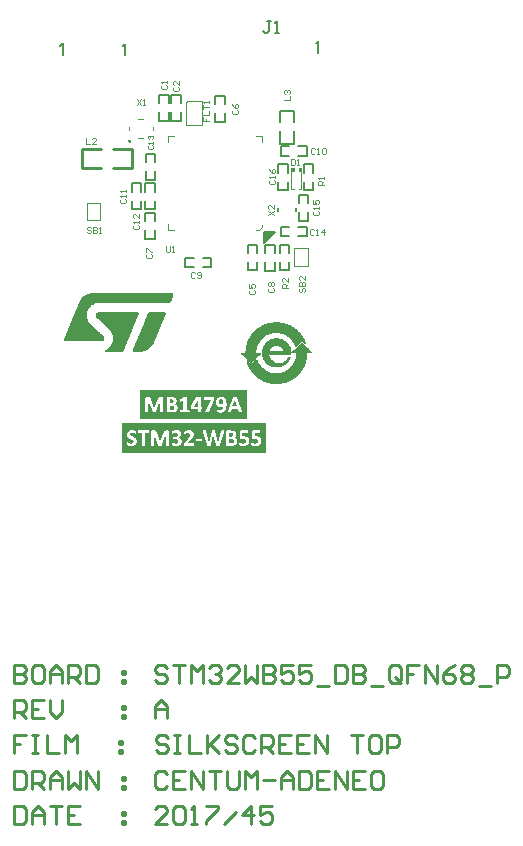
<source format=gto>
G04 Layer_Color=65535*
%FSLAX44Y44*%
%MOMM*%
G71*
G01*
G75*
%ADD26C,0.2000*%
%ADD28C,0.1000*%
%ADD32C,0.2540*%
%ADD33C,0.1020*%
%ADD37C,0.0254*%
%ADD38C,0.0250*%
%ADD39C,0.0500*%
%ADD40C,0.1270*%
%ADD41C,0.0750*%
%ADD42C,0.0305*%
G36*
X213600Y4500D02*
X91500D01*
Y29500D01*
X213600D01*
Y4500D01*
D02*
G37*
G36*
X197100Y32800D02*
X107100D01*
Y57800D01*
X197100D01*
Y32800D01*
D02*
G37*
%LPC*%
G36*
X114277Y23468D02*
X105022D01*
X104975Y23444D01*
X104952Y23421D01*
X104929Y23398D01*
X104883Y23352D01*
X104837Y23282D01*
X104813Y23236D01*
Y23213D01*
X104790Y23120D01*
X104767Y23005D01*
X104744Y22935D01*
Y22889D01*
X104721Y22727D01*
Y22565D01*
Y22426D01*
Y22403D01*
Y22380D01*
Y22172D01*
X104744Y22010D01*
Y21917D01*
Y21871D01*
X104767Y21732D01*
X104790Y21639D01*
X104813Y21570D01*
Y21547D01*
X104883Y21408D01*
X104929Y21385D01*
Y21362D01*
X105045Y21316D01*
X108354D01*
Y10880D01*
X108377Y10741D01*
X108400Y10695D01*
Y10671D01*
X108469Y10625D01*
X108539Y10579D01*
X108585Y10556D01*
X108608D01*
X108747Y10532D01*
X108886D01*
X108979Y10509D01*
X109025D01*
X109233Y10486D01*
X109441Y10463D01*
X109927D01*
X110135Y10486D01*
X110251Y10509D01*
X110297D01*
X110459Y10532D01*
X110598D01*
X110668Y10556D01*
X110691D01*
X110807Y10602D01*
X110876Y10625D01*
X110899Y10671D01*
X110922D01*
X110969Y10741D01*
X110992Y10810D01*
Y10856D01*
Y10880D01*
Y21316D01*
X114231D01*
X114347Y21339D01*
X114393Y21362D01*
X114486Y21477D01*
X114509Y21524D01*
Y21547D01*
X114532Y21663D01*
X114555Y21755D01*
X114578Y21848D01*
Y21871D01*
X114601Y22033D01*
X114625Y22195D01*
Y22334D01*
Y22357D01*
Y22380D01*
Y22588D01*
X114601Y22750D01*
X114578Y22843D01*
Y22889D01*
X114555Y23028D01*
X114532Y23120D01*
X114509Y23190D01*
Y23213D01*
X114462Y23305D01*
X114439Y23352D01*
X114416Y23398D01*
X114393D01*
X114347Y23444D01*
X114277Y23468D01*
D02*
G37*
G36*
X148223Y23699D02*
X148061D01*
X147598Y23676D01*
X147390Y23653D01*
X147205Y23629D01*
X147043Y23606D01*
X146927Y23583D01*
X146835Y23560D01*
X146811D01*
X146395Y23468D01*
X146210Y23421D01*
X146071Y23375D01*
X145932Y23329D01*
X145840Y23282D01*
X145770Y23259D01*
X145747D01*
X145423Y23143D01*
X145145Y23028D01*
X145053Y22982D01*
X144983Y22935D01*
X144937Y22912D01*
X144914D01*
X144706Y22796D01*
X144567Y22704D01*
X144474Y22634D01*
X144451Y22611D01*
X144312Y22473D01*
X144289Y22426D01*
X144266Y22403D01*
X144220Y22287D01*
X144197Y22241D01*
Y22218D01*
X144173Y22033D01*
X144150Y21963D01*
Y21940D01*
Y21825D01*
Y21709D01*
Y21616D01*
Y21570D01*
Y21339D01*
X144173Y21154D01*
Y21038D01*
Y20992D01*
X144197Y20830D01*
Y20714D01*
X144220Y20645D01*
Y20621D01*
X144266Y20529D01*
X144289Y20459D01*
X144335Y20436D01*
Y20413D01*
X144451Y20367D01*
X144497D01*
X144590Y20390D01*
X144706Y20436D01*
X144798Y20482D01*
X144845Y20506D01*
X145030Y20621D01*
X145215Y20737D01*
X145377Y20830D01*
X145400Y20853D01*
X145423D01*
X145701Y20992D01*
X145955Y21084D01*
X146071Y21130D01*
X146164Y21154D01*
X146210Y21177D01*
X146233D01*
X146603Y21269D01*
X146927Y21316D01*
X147066Y21339D01*
X147274D01*
X147575Y21316D01*
X147806Y21269D01*
X147899Y21246D01*
X147968Y21223D01*
X147992Y21200D01*
X148015D01*
X148223Y21107D01*
X148385Y20992D01*
X148501Y20899D01*
X148524Y20853D01*
X148663Y20691D01*
X148755Y20529D01*
X148825Y20390D01*
X148848Y20367D01*
Y20344D01*
X148917Y20112D01*
X148940Y19927D01*
X148963Y19765D01*
Y19742D01*
Y19719D01*
X148940Y19441D01*
X148917Y19210D01*
X148894Y19094D01*
Y19025D01*
X148871Y18978D01*
Y18955D01*
X148778Y18655D01*
X148686Y18377D01*
X148616Y18261D01*
X148593Y18168D01*
X148547Y18099D01*
Y18076D01*
X148339Y17729D01*
X148130Y17382D01*
X148038Y17243D01*
X147968Y17127D01*
X147922Y17058D01*
X147899Y17035D01*
X147737Y16803D01*
X147575Y16595D01*
X147390Y16387D01*
X147228Y16179D01*
X147066Y16017D01*
X146950Y15878D01*
X146858Y15785D01*
X146835Y15762D01*
X144590Y13355D01*
X144451Y13217D01*
X144335Y13078D01*
X144266Y12985D01*
X144243Y12962D01*
X144173Y12846D01*
X144104Y12731D01*
X144058Y12638D01*
X144035Y12615D01*
X143988Y12476D01*
X143965Y12337D01*
X143942Y12222D01*
Y12199D01*
Y12175D01*
X143919Y11990D01*
Y11805D01*
Y11666D01*
Y11643D01*
Y11620D01*
Y11389D01*
X143942Y11204D01*
Y11088D01*
Y11042D01*
X143988Y10903D01*
X144035Y10810D01*
X144058Y10741D01*
X144081Y10718D01*
X144173Y10648D01*
X144266Y10602D01*
X144335Y10556D01*
X144359D01*
X144474Y10532D01*
X152180D01*
X152296Y10556D01*
X152342Y10579D01*
X152411Y10625D01*
X152457Y10671D01*
X152481Y10718D01*
Y10741D01*
X152504Y10856D01*
X152527Y10972D01*
X152550Y11065D01*
Y11088D01*
X152573Y11250D01*
X152596Y11412D01*
Y11551D01*
Y11574D01*
Y11597D01*
Y11782D01*
X152573Y11944D01*
X152550Y12037D01*
Y12083D01*
X152527Y12222D01*
X152504Y12314D01*
X152481Y12384D01*
X152457Y12407D01*
X152365Y12546D01*
X152342Y12569D01*
X152319Y12592D01*
X152249Y12638D01*
X152203Y12661D01*
X147043D01*
X148547Y14212D01*
X148940Y14605D01*
X149311Y14998D01*
X149634Y15322D01*
X149889Y15623D01*
X150097Y15855D01*
X150259Y16040D01*
X150352Y16132D01*
X150375Y16179D01*
X150629Y16502D01*
X150838Y16780D01*
X151023Y17035D01*
X151162Y17266D01*
X151277Y17474D01*
X151370Y17613D01*
X151416Y17706D01*
X151439Y17729D01*
X151578Y17983D01*
X151694Y18238D01*
X151763Y18469D01*
X151833Y18655D01*
X151902Y18816D01*
X151925Y18932D01*
X151948Y19025D01*
Y19048D01*
X152041Y19511D01*
X152064Y19719D01*
Y19904D01*
X152087Y20066D01*
Y20182D01*
Y20274D01*
Y20297D01*
Y20552D01*
X152041Y20806D01*
X152018Y21038D01*
X151972Y21246D01*
X151925Y21408D01*
X151879Y21524D01*
X151856Y21616D01*
X151833Y21639D01*
X151717Y21871D01*
X151601Y22079D01*
X151486Y22241D01*
X151347Y22403D01*
X151254Y22542D01*
X151162Y22634D01*
X151092Y22681D01*
X151069Y22704D01*
X150884Y22866D01*
X150676Y23005D01*
X150259Y23236D01*
X150097Y23305D01*
X149958Y23375D01*
X149843Y23421D01*
X149819D01*
X149542Y23514D01*
X149241Y23583D01*
X148940Y23629D01*
X148663Y23676D01*
X148431D01*
X148223Y23699D01*
D02*
G37*
G36*
X176939Y23537D02*
X176360D01*
X176129Y23514D01*
X176060D01*
X175990Y23491D01*
X175944D01*
X175782Y23468D01*
X175643Y23444D01*
X175574Y23421D01*
X175551Y23398D01*
X175458Y23352D01*
X175389Y23305D01*
X175365Y23259D01*
X175342Y23236D01*
X175296Y23051D01*
X175273Y22982D01*
Y22958D01*
X173005Y13055D01*
X172982D01*
X170529Y22912D01*
X170506Y23051D01*
X170483Y23143D01*
X170460Y23213D01*
X170437Y23236D01*
X170367Y23305D01*
X170298Y23375D01*
X170229Y23398D01*
X170205Y23421D01*
X170067Y23468D01*
X169928Y23491D01*
X169812Y23514D01*
X169766D01*
X169534Y23537D01*
X168701D01*
X168470Y23514D01*
X168377D01*
X168308Y23491D01*
X168262D01*
X168100Y23468D01*
X167961Y23444D01*
X167868Y23421D01*
X167845Y23398D01*
X167753Y23352D01*
X167683Y23282D01*
X167660Y23236D01*
X167637Y23213D01*
X167591Y23120D01*
X167544Y23028D01*
X167521Y22935D01*
Y22912D01*
X165161Y13055D01*
X162893Y22982D01*
X162870Y23097D01*
X162847Y23190D01*
X162824Y23236D01*
X162801Y23259D01*
X162754Y23329D01*
X162685Y23375D01*
X162639Y23421D01*
X162616D01*
X162500Y23468D01*
X162361Y23491D01*
X162245Y23514D01*
X162199D01*
X161968Y23537D01*
X161112D01*
X160973Y23514D01*
X160765D01*
X160695Y23491D01*
X160649D01*
X160464Y23468D01*
X160348Y23421D01*
X160255Y23375D01*
X160232Y23352D01*
X160163Y23259D01*
X160140Y23167D01*
X160117Y23097D01*
Y23051D01*
X160140Y22866D01*
X160186Y22704D01*
X160209Y22565D01*
X160232Y22519D01*
Y22496D01*
X163171Y11180D01*
X163217Y11019D01*
X163287Y10903D01*
X163310Y10810D01*
X163333Y10787D01*
X163426Y10695D01*
X163518Y10625D01*
X163587Y10602D01*
X163611Y10579D01*
X163796Y10556D01*
X163958Y10532D01*
X164120Y10509D01*
X164166D01*
X164467Y10486D01*
X164768Y10463D01*
X165462D01*
X165624Y10486D01*
X165832D01*
X165901Y10509D01*
X165971D01*
X166202Y10532D01*
X166364Y10556D01*
X166480Y10602D01*
X166503D01*
X166619Y10671D01*
X166711Y10741D01*
X166758Y10787D01*
X166781Y10810D01*
X166850Y10926D01*
X166896Y11042D01*
X166920Y11134D01*
Y11180D01*
X168886Y19395D01*
X168909D01*
X170969Y11180D01*
X171015Y11019D01*
X171061Y10903D01*
X171108Y10810D01*
Y10787D01*
X171200Y10695D01*
X171293Y10625D01*
X171385Y10602D01*
X171409Y10579D01*
X171594Y10556D01*
X171756Y10532D01*
X171918Y10509D01*
X171964D01*
X172242Y10486D01*
X172542Y10463D01*
X173214D01*
X173352Y10486D01*
X173561D01*
X173653Y10509D01*
X173699D01*
X173931Y10532D01*
X174116Y10556D01*
X174209Y10579D01*
X174255D01*
X174394Y10648D01*
X174486Y10718D01*
X174532Y10764D01*
X174556Y10787D01*
X174625Y10926D01*
X174694Y11042D01*
X174718Y11134D01*
X174741Y11180D01*
X177703Y22449D01*
X177749Y22704D01*
X177795Y22889D01*
Y22982D01*
Y23028D01*
Y23167D01*
X177749Y23282D01*
X177726Y23329D01*
X177703Y23352D01*
X177610Y23421D01*
X177494Y23468D01*
X177402Y23491D01*
X177355D01*
X177147Y23514D01*
X176939Y23537D01*
D02*
G37*
G36*
X100417Y23699D02*
X99792D01*
X99468Y23653D01*
X99191Y23629D01*
X98936Y23583D01*
X98728Y23537D01*
X98566Y23514D01*
X98473Y23468D01*
X98427D01*
X98149Y23375D01*
X97872Y23259D01*
X97640Y23143D01*
X97432Y23028D01*
X97270Y22912D01*
X97154Y22820D01*
X97062Y22773D01*
X97039Y22750D01*
X96830Y22565D01*
X96645Y22380D01*
X96483Y22172D01*
X96368Y22010D01*
X96252Y21848D01*
X96182Y21709D01*
X96136Y21616D01*
X96113Y21593D01*
X95997Y21316D01*
X95928Y21038D01*
X95858Y20760D01*
X95835Y20506D01*
X95812Y20297D01*
X95789Y20112D01*
Y19997D01*
Y19950D01*
Y19649D01*
X95835Y19395D01*
X95858Y19164D01*
X95905Y18955D01*
X95951Y18793D01*
X95974Y18655D01*
X96020Y18585D01*
Y18562D01*
X96206Y18168D01*
X96321Y17983D01*
X96414Y17845D01*
X96483Y17706D01*
X96553Y17613D01*
X96599Y17567D01*
X96622Y17544D01*
X96923Y17266D01*
X97200Y17035D01*
X97316Y16942D01*
X97409Y16873D01*
X97478Y16850D01*
X97501Y16826D01*
X97872Y16618D01*
X98057Y16526D01*
X98195Y16433D01*
X98334Y16364D01*
X98427Y16317D01*
X98496Y16294D01*
X98519Y16271D01*
X98890Y16109D01*
X99052Y16040D01*
X99214Y15970D01*
X99329Y15901D01*
X99422Y15878D01*
X99491Y15832D01*
X99515D01*
X99862Y15669D01*
X100023Y15600D01*
X100139Y15531D01*
X100255Y15461D01*
X100324Y15415D01*
X100371Y15392D01*
X100394Y15369D01*
X100648Y15184D01*
X100857Y14998D01*
X100972Y14860D01*
X101018Y14836D01*
Y14813D01*
X101111Y14698D01*
X101157Y14559D01*
X101250Y14304D01*
Y14212D01*
X101273Y14119D01*
Y14073D01*
Y14050D01*
X101250Y13795D01*
X101204Y13564D01*
X101157Y13471D01*
X101134Y13402D01*
X101111Y13379D01*
Y13355D01*
X100995Y13147D01*
X100857Y12985D01*
X100764Y12893D01*
X100741Y12846D01*
X100718D01*
X100510Y12708D01*
X100301Y12615D01*
X100209Y12569D01*
X100139Y12546D01*
X100093Y12522D01*
X100070D01*
X99792Y12476D01*
X99515Y12453D01*
X99399Y12430D01*
X98936D01*
X98705Y12453D01*
X98473Y12476D01*
X98288Y12522D01*
X98126Y12546D01*
X98010Y12569D01*
X97941Y12592D01*
X97918D01*
X97548Y12708D01*
X97386Y12777D01*
X97247Y12823D01*
X97131Y12870D01*
X97039Y12916D01*
X96992Y12939D01*
X96969D01*
X96692Y13078D01*
X96506Y13194D01*
X96368Y13286D01*
X96344Y13309D01*
X96321D01*
X96159Y13425D01*
X96020Y13471D01*
X95951Y13494D01*
X95858D01*
X95812Y13471D01*
X95766Y13448D01*
X95743Y13425D01*
X95696Y13379D01*
X95650Y13309D01*
X95627Y13263D01*
Y13240D01*
X95604Y13124D01*
X95581Y13009D01*
X95558Y12939D01*
Y12893D01*
Y12731D01*
Y12569D01*
Y12430D01*
Y12407D01*
Y12384D01*
Y12083D01*
X95581Y11852D01*
X95604Y11713D01*
Y11689D01*
Y11666D01*
X95650Y11504D01*
X95696Y11389D01*
X95743Y11319D01*
X95766Y11296D01*
X95905Y11180D01*
X96044Y11088D01*
X96159Y10995D01*
X96182Y10972D01*
X96206D01*
X96460Y10856D01*
X96692Y10764D01*
X96784Y10718D01*
X96877Y10695D01*
X96923Y10671D01*
X96946D01*
X97293Y10579D01*
X97617Y10486D01*
X97756Y10463D01*
X97872Y10440D01*
X97941Y10417D01*
X97964D01*
X98404Y10347D01*
X98612Y10324D01*
X98797D01*
X98982Y10301D01*
X99214D01*
X99584Y10324D01*
X99908Y10347D01*
X100232Y10394D01*
X100510Y10440D01*
X100741Y10486D01*
X100903Y10509D01*
X101018Y10556D01*
X101065D01*
X101389Y10671D01*
X101666Y10787D01*
X101944Y10903D01*
X102152Y11042D01*
X102338Y11134D01*
X102476Y11227D01*
X102569Y11296D01*
X102592Y11319D01*
X102823Y11528D01*
X103032Y11736D01*
X103194Y11944D01*
X103356Y12152D01*
X103448Y12314D01*
X103541Y12476D01*
X103587Y12569D01*
X103610Y12592D01*
X103749Y12893D01*
X103841Y13217D01*
X103911Y13518D01*
X103957Y13795D01*
X103980Y14027D01*
X104003Y14235D01*
Y14351D01*
Y14397D01*
Y14675D01*
X103957Y14929D01*
X103934Y15160D01*
X103888Y15369D01*
X103841Y15531D01*
X103795Y15646D01*
X103772Y15716D01*
X103749Y15739D01*
X103564Y16132D01*
X103448Y16317D01*
X103356Y16456D01*
X103263Y16572D01*
X103194Y16665D01*
X103147Y16711D01*
X103124Y16734D01*
X102823Y17035D01*
X102523Y17266D01*
X102407Y17359D01*
X102314Y17428D01*
X102245Y17451D01*
X102222Y17474D01*
X101852Y17706D01*
X101528Y17868D01*
X101389Y17937D01*
X101296Y17983D01*
X101227Y18030D01*
X101204D01*
X100833Y18192D01*
X100648Y18261D01*
X100510Y18331D01*
X100371Y18400D01*
X100278Y18423D01*
X100209Y18469D01*
X100185D01*
X99838Y18631D01*
X99561Y18793D01*
X99468Y18840D01*
X99376Y18886D01*
X99329Y18932D01*
X99306D01*
X99052Y19117D01*
X98843Y19302D01*
X98728Y19441D01*
X98681Y19464D01*
Y19488D01*
X98543Y19742D01*
X98473Y19997D01*
Y20089D01*
X98450Y20182D01*
Y20228D01*
Y20251D01*
X98473Y20459D01*
X98496Y20621D01*
X98519Y20737D01*
X98543Y20783D01*
X98635Y20968D01*
X98751Y21107D01*
X98843Y21200D01*
X98867Y21223D01*
X99029Y21339D01*
X99214Y21454D01*
X99353Y21501D01*
X99376Y21524D01*
X99399D01*
X99653Y21593D01*
X99885Y21616D01*
X100000Y21639D01*
X100139D01*
X100533Y21616D01*
X100718Y21593D01*
X100857Y21570D01*
X100972Y21547D01*
X101088Y21524D01*
X101134Y21501D01*
X101157D01*
X101481Y21385D01*
X101736Y21292D01*
X101828Y21269D01*
X101898Y21223D01*
X101944Y21200D01*
X101967D01*
X102199Y21084D01*
X102384Y20992D01*
X102500Y20922D01*
X102546Y20899D01*
X102708Y20830D01*
X102823Y20783D01*
X102893Y20760D01*
X102985D01*
X103032Y20783D01*
X103078Y20806D01*
X103147Y20922D01*
X103170Y20968D01*
Y20992D01*
X103194Y21107D01*
X103217Y21200D01*
X103240Y21292D01*
Y21316D01*
X103263Y21477D01*
Y21639D01*
Y21778D01*
Y21801D01*
Y21825D01*
Y21986D01*
Y22125D01*
X103240Y22218D01*
Y22241D01*
Y22357D01*
X103217Y22473D01*
X103194Y22519D01*
Y22542D01*
X103147Y22681D01*
X103124Y22704D01*
Y22727D01*
X103101Y22796D01*
X103055Y22866D01*
X103032Y22889D01*
X103008Y22912D01*
X102916Y22982D01*
X102777Y23074D01*
X102638Y23120D01*
X102615Y23143D01*
X102592D01*
X102361Y23259D01*
X102129Y23352D01*
X102037Y23375D01*
X101967Y23398D01*
X101921Y23421D01*
X101898D01*
X101597Y23491D01*
X101319Y23560D01*
X101204Y23583D01*
X101111D01*
X101065Y23606D01*
X101042D01*
X100695Y23653D01*
X100417Y23699D01*
D02*
G37*
G36*
X158728Y16572D02*
X154494D01*
X154332Y16526D01*
X154216Y16456D01*
X154147Y16387D01*
X154123Y16341D01*
X154100Y16248D01*
X154077Y16109D01*
X154054Y15855D01*
X154031Y15716D01*
Y15623D01*
Y15554D01*
Y15531D01*
Y15345D01*
X154054Y15184D01*
Y15045D01*
X154077Y14929D01*
X154100Y14836D01*
Y14790D01*
X154123Y14767D01*
Y14744D01*
X154239Y14605D01*
X154355Y14536D01*
X154447Y14512D01*
X158659D01*
X158821Y14536D01*
X158913Y14628D01*
X158983Y14698D01*
X159006Y14721D01*
X159052Y14813D01*
X159075Y14952D01*
X159098Y15207D01*
X159122Y15345D01*
Y15438D01*
Y15508D01*
Y15531D01*
Y15739D01*
X159098Y15878D01*
X159075Y15993D01*
Y16017D01*
X159052Y16155D01*
X159029Y16248D01*
X159006Y16317D01*
X158983Y16341D01*
X158937Y16410D01*
X158890Y16456D01*
X158867Y16502D01*
X158844D01*
X158798Y16549D01*
X158728Y16572D01*
D02*
G37*
G36*
X130336Y23468D02*
X128416D01*
X128161Y23444D01*
X127953Y23421D01*
X127814Y23398D01*
X127791Y23375D01*
X127768D01*
X127583Y23305D01*
X127421Y23213D01*
X127328Y23143D01*
X127282Y23120D01*
X127143Y22958D01*
X127027Y22820D01*
X126935Y22681D01*
X126911Y22658D01*
Y22634D01*
X126796Y22403D01*
X126703Y22195D01*
X126680Y22079D01*
X126657Y22010D01*
X126634Y21963D01*
Y21940D01*
X123741Y14258D01*
X123695D01*
X120895Y21963D01*
X120803Y22241D01*
X120710Y22473D01*
X120641Y22611D01*
X120618Y22634D01*
Y22658D01*
X120479Y22866D01*
X120340Y23005D01*
X120247Y23097D01*
X120224Y23120D01*
X120201D01*
X120016Y23236D01*
X119831Y23329D01*
X119692Y23352D01*
X119669Y23375D01*
X119646D01*
X119391Y23421D01*
X119137Y23468D01*
X116962D01*
X116823Y23421D01*
X116591Y23329D01*
X116522Y23282D01*
X116453Y23236D01*
X116429Y23213D01*
X116406Y23190D01*
X116314Y23074D01*
X116267Y22958D01*
X116175Y22704D01*
Y22588D01*
X116152Y22496D01*
Y22426D01*
Y22403D01*
Y10880D01*
X116175Y10741D01*
X116198Y10695D01*
Y10671D01*
X116244Y10625D01*
X116314Y10579D01*
X116360Y10556D01*
X116383D01*
X116522Y10532D01*
X116638D01*
X116730Y10509D01*
X116777D01*
X116985Y10486D01*
X117170Y10463D01*
X117633D01*
X117818Y10486D01*
X117933Y10509D01*
X117980D01*
X118142Y10532D01*
X118280D01*
X118350Y10556D01*
X118373D01*
X118466Y10602D01*
X118535Y10625D01*
X118581Y10671D01*
X118628Y10741D01*
X118651Y10810D01*
Y10856D01*
Y10880D01*
Y21408D01*
X122284Y10880D01*
X122307Y10810D01*
X122353Y10741D01*
X122376Y10695D01*
X122399Y10671D01*
X122561Y10579D01*
X122608Y10556D01*
X122631D01*
X122770Y10532D01*
X122885D01*
X122978Y10509D01*
X123024D01*
X123232Y10486D01*
X123418Y10463D01*
X123857D01*
X124019Y10486D01*
X124181D01*
X124343Y10509D01*
X124482D01*
X124551Y10532D01*
X124574D01*
X124690Y10579D01*
X124760Y10602D01*
X124806Y10648D01*
X124829D01*
X124945Y10810D01*
X124968Y10856D01*
Y10880D01*
X128716Y21408D01*
X128740D01*
Y10880D01*
X128763Y10741D01*
X128786Y10695D01*
Y10671D01*
X128855Y10625D01*
X128925Y10579D01*
X128971Y10556D01*
X128994D01*
X129110Y10532D01*
X129226D01*
X129318Y10509D01*
X129364D01*
X129573Y10486D01*
X129758Y10463D01*
X130220D01*
X130406Y10486D01*
X130521Y10509D01*
X130568D01*
X130730Y10532D01*
X130868D01*
X130938Y10556D01*
X130961D01*
X131053Y10602D01*
X131123Y10625D01*
X131169Y10671D01*
X131215Y10741D01*
X131239Y10810D01*
Y10856D01*
Y10880D01*
Y22403D01*
Y22588D01*
X131215Y22727D01*
X131192Y22820D01*
X131169Y22843D01*
X131100Y22982D01*
X131030Y23074D01*
X130984Y23143D01*
X130961Y23167D01*
X130868Y23259D01*
X130753Y23329D01*
X130683Y23352D01*
X130637Y23375D01*
X130498Y23421D01*
X130336Y23468D01*
D02*
G37*
G36*
X137995Y23699D02*
X137671D01*
X137162Y23676D01*
X136931Y23653D01*
X136723Y23629D01*
X136561Y23606D01*
X136445Y23583D01*
X136352Y23560D01*
X136329D01*
X135913Y23468D01*
X135728Y23421D01*
X135566Y23375D01*
X135427Y23329D01*
X135334Y23282D01*
X135265Y23259D01*
X135242D01*
X134918Y23143D01*
X134686Y23028D01*
X134594Y22982D01*
X134524Y22935D01*
X134478Y22912D01*
X134455D01*
X134270Y22796D01*
X134154Y22704D01*
X134085Y22634D01*
X134062Y22611D01*
X133969Y22496D01*
X133923Y22449D01*
Y22426D01*
X133853Y22311D01*
X133830Y22264D01*
Y22241D01*
X133807Y22172D01*
Y22079D01*
Y22010D01*
Y21986D01*
Y21848D01*
Y21709D01*
Y21616D01*
Y21593D01*
Y21570D01*
Y21362D01*
Y21200D01*
Y21107D01*
Y21061D01*
X133830Y20945D01*
X133853Y20853D01*
X133876Y20806D01*
Y20783D01*
X133946Y20691D01*
X133969Y20645D01*
X134062Y20621D01*
X134108D01*
X134224Y20645D01*
X134339Y20691D01*
X134432Y20737D01*
X134478Y20760D01*
X134686Y20876D01*
X134895Y20992D01*
X134964Y21038D01*
X135034Y21084D01*
X135080Y21107D01*
X135103D01*
X135381Y21246D01*
X135658Y21362D01*
X135751Y21385D01*
X135843Y21431D01*
X135890Y21454D01*
X135913D01*
X136260Y21547D01*
X136584Y21593D01*
X136723Y21616D01*
X136908D01*
X137209Y21593D01*
X137463Y21547D01*
X137556Y21524D01*
X137625Y21501D01*
X137671Y21477D01*
X137695D01*
X137926Y21385D01*
X138111Y21269D01*
X138204Y21177D01*
X138250Y21130D01*
X138389Y20968D01*
X138481Y20806D01*
X138551Y20668D01*
X138574Y20645D01*
Y20621D01*
X138643Y20413D01*
X138666Y20205D01*
X138689Y20066D01*
Y20020D01*
Y19997D01*
X138666Y19696D01*
X138620Y19441D01*
X138574Y19349D01*
X138551Y19279D01*
X138527Y19233D01*
Y19210D01*
X138389Y18978D01*
X138227Y18770D01*
X138088Y18655D01*
X138065Y18631D01*
X138042Y18608D01*
X137810Y18446D01*
X137556Y18307D01*
X137463Y18284D01*
X137371Y18238D01*
X137324Y18215D01*
X137301D01*
X136954Y18145D01*
X136630Y18122D01*
X136491Y18099D01*
X135149D01*
X135010Y18076D01*
X134964Y18053D01*
X134941D01*
X134872Y18007D01*
X134848Y17960D01*
X134802Y17914D01*
Y17891D01*
X134779Y17798D01*
X134756Y17729D01*
X134733Y17636D01*
Y17613D01*
X134710Y17474D01*
Y17312D01*
Y17197D01*
Y17174D01*
Y17150D01*
Y16942D01*
X134733Y16780D01*
Y16688D01*
Y16641D01*
X134756Y16526D01*
X134779Y16433D01*
X134802Y16364D01*
Y16341D01*
X134918Y16248D01*
X134941Y16202D01*
X134964D01*
X135103Y16179D01*
X136561D01*
X136792Y16155D01*
X137000Y16132D01*
X137185Y16109D01*
X137324Y16063D01*
X137440Y16040D01*
X137509Y16017D01*
X137533D01*
X137903Y15901D01*
X138042Y15832D01*
X138180Y15762D01*
X138273Y15716D01*
X138342Y15669D01*
X138389Y15646D01*
X138412Y15623D01*
X138643Y15415D01*
X138805Y15207D01*
X138875Y15137D01*
X138921Y15068D01*
X138944Y15022D01*
Y14998D01*
X139060Y14721D01*
X139106Y14466D01*
X139129Y14374D01*
Y14281D01*
Y14235D01*
Y14212D01*
X139106Y13911D01*
X139060Y13679D01*
X139013Y13587D01*
X138990Y13518D01*
X138967Y13471D01*
Y13448D01*
X138851Y13217D01*
X138689Y13055D01*
X138574Y12939D01*
X138551Y12893D01*
X138527D01*
X138296Y12731D01*
X138065Y12615D01*
X137949Y12569D01*
X137880Y12546D01*
X137833Y12522D01*
X137810D01*
X137486Y12453D01*
X137162Y12430D01*
X137047Y12407D01*
X136838D01*
X136376Y12430D01*
X136190Y12453D01*
X136028Y12476D01*
X135866D01*
X135774Y12499D01*
X135704Y12522D01*
X135681D01*
X135334Y12638D01*
X135172Y12685D01*
X135034Y12731D01*
X134941Y12777D01*
X134848Y12800D01*
X134802Y12823D01*
X134779D01*
X134524Y12939D01*
X134339Y13032D01*
X134200Y13101D01*
X134177Y13124D01*
X134154D01*
X133992Y13217D01*
X133900Y13240D01*
X133830Y13263D01*
X133807D01*
X133715Y13240D01*
X133622Y13170D01*
X133599Y13101D01*
X133576Y13078D01*
X133553Y12985D01*
X133529Y12893D01*
X133506Y12685D01*
Y12569D01*
Y12476D01*
Y12430D01*
Y12407D01*
Y12199D01*
Y12037D01*
Y11944D01*
Y11898D01*
X133529Y11759D01*
Y11666D01*
X133553Y11597D01*
Y11574D01*
X133599Y11481D01*
X133622Y11389D01*
X133645Y11342D01*
Y11319D01*
X133738Y11204D01*
X133761Y11180D01*
X133784Y11157D01*
X133876Y11088D01*
X134015Y11019D01*
X134108Y10949D01*
X134154Y10926D01*
X134409Y10810D01*
X134640Y10718D01*
X134733Y10671D01*
X134825Y10648D01*
X134872Y10625D01*
X134895D01*
X135242Y10556D01*
X135566Y10486D01*
X135704Y10463D01*
X135820Y10440D01*
X135890Y10417D01*
X135913D01*
X136352Y10347D01*
X136561Y10324D01*
X136746D01*
X136931Y10301D01*
X137162D01*
X137556Y10324D01*
X137926Y10347D01*
X138273Y10394D01*
X138574Y10440D01*
X138805Y10486D01*
X138990Y10509D01*
X139106Y10556D01*
X139152D01*
X139476Y10671D01*
X139800Y10787D01*
X140055Y10903D01*
X140309Y11042D01*
X140494Y11134D01*
X140633Y11227D01*
X140726Y11296D01*
X140749Y11319D01*
X140980Y11528D01*
X141188Y11736D01*
X141374Y11967D01*
X141512Y12152D01*
X141628Y12337D01*
X141721Y12476D01*
X141767Y12569D01*
X141790Y12592D01*
X141906Y12870D01*
X141998Y13170D01*
X142068Y13471D01*
X142114Y13726D01*
X142137Y13957D01*
X142160Y14142D01*
Y14258D01*
Y14304D01*
X142137Y14721D01*
X142091Y14906D01*
X142068Y15068D01*
X142022Y15207D01*
X141975Y15299D01*
X141952Y15369D01*
Y15392D01*
X141767Y15739D01*
X141674Y15901D01*
X141582Y16040D01*
X141512Y16132D01*
X141443Y16225D01*
X141397Y16271D01*
X141374Y16294D01*
X141073Y16572D01*
X140772Y16780D01*
X140633Y16873D01*
X140541Y16919D01*
X140471Y16965D01*
X140448D01*
X140032Y17127D01*
X139823Y17197D01*
X139638Y17243D01*
X139476Y17266D01*
X139337Y17289D01*
X139245Y17312D01*
X139222D01*
Y17335D01*
X139615Y17451D01*
X139800Y17521D01*
X139939Y17590D01*
X140055Y17659D01*
X140147Y17706D01*
X140194Y17752D01*
X140217D01*
X140518Y17983D01*
X140749Y18192D01*
X140842Y18284D01*
X140911Y18354D01*
X140934Y18400D01*
X140957Y18423D01*
X141142Y18747D01*
X141281Y19048D01*
X141327Y19164D01*
X141374Y19256D01*
X141397Y19325D01*
Y19349D01*
X141489Y19742D01*
X141512Y19927D01*
X141536Y20089D01*
X141559Y20251D01*
Y20367D01*
Y20436D01*
Y20459D01*
Y20737D01*
X141512Y20992D01*
X141489Y21200D01*
X141443Y21408D01*
X141397Y21570D01*
X141350Y21686D01*
X141327Y21778D01*
X141304Y21801D01*
X141188Y22033D01*
X141073Y22218D01*
X140957Y22403D01*
X140818Y22565D01*
X140726Y22681D01*
X140633Y22773D01*
X140564Y22820D01*
X140541Y22843D01*
X140356Y22982D01*
X140147Y23120D01*
X139754Y23305D01*
X139569Y23375D01*
X139430Y23421D01*
X139337Y23468D01*
X139314D01*
X138759Y23606D01*
X138481Y23653D01*
X138227Y23676D01*
X137995Y23699D01*
D02*
G37*
G36*
X184112Y23468D02*
X180433D01*
X180202Y23444D01*
X180040Y23375D01*
X179924Y23282D01*
X179878Y23259D01*
X179808Y23190D01*
X179762Y23074D01*
X179692Y22889D01*
Y22773D01*
X179669Y22704D01*
Y22658D01*
Y22634D01*
Y11342D01*
Y11180D01*
X179692Y11065D01*
X179785Y10856D01*
X179855Y10764D01*
X179878Y10718D01*
X180063Y10602D01*
X180248Y10556D01*
X180387Y10532D01*
X184158D01*
X184436Y10556D01*
X184667D01*
X184876Y10579D01*
X185061Y10602D01*
X185177D01*
X185269Y10625D01*
X185292D01*
X185755Y10718D01*
X185963Y10764D01*
X186148Y10810D01*
X186287Y10833D01*
X186403Y10880D01*
X186472Y10903D01*
X186495D01*
X186889Y11065D01*
X187074Y11157D01*
X187213Y11227D01*
X187328Y11296D01*
X187444Y11366D01*
X187491Y11389D01*
X187514Y11412D01*
X187838Y11666D01*
X188092Y11898D01*
X188185Y12013D01*
X188254Y12083D01*
X188277Y12129D01*
X188300Y12152D01*
X188532Y12499D01*
X188694Y12823D01*
X188763Y12939D01*
X188809Y13055D01*
X188833Y13124D01*
Y13147D01*
X188948Y13587D01*
X188995Y13795D01*
X189018Y13980D01*
X189041Y14142D01*
Y14281D01*
Y14374D01*
Y14397D01*
X189018Y14860D01*
X188971Y15068D01*
X188948Y15253D01*
X188902Y15392D01*
X188856Y15508D01*
X188833Y15577D01*
Y15600D01*
X188647Y15970D01*
X188555Y16132D01*
X188486Y16271D01*
X188393Y16364D01*
X188347Y16456D01*
X188300Y16502D01*
X188277Y16526D01*
X187999Y16780D01*
X187745Y16988D01*
X187629Y17058D01*
X187537Y17104D01*
X187491Y17150D01*
X187467D01*
X187120Y17312D01*
X186796Y17428D01*
X186658Y17474D01*
X186565Y17498D01*
X186495Y17521D01*
X186472D01*
X186773Y17659D01*
X187005Y17798D01*
X187097Y17845D01*
X187167Y17891D01*
X187190Y17937D01*
X187213D01*
X187444Y18145D01*
X187629Y18331D01*
X187745Y18469D01*
X187791Y18492D01*
Y18516D01*
X187953Y18793D01*
X188046Y19025D01*
X188092Y19140D01*
X188115Y19210D01*
X188138Y19256D01*
Y19279D01*
X188231Y19603D01*
X188254Y19881D01*
X188277Y19997D01*
Y20089D01*
Y20159D01*
Y20182D01*
X188254Y20482D01*
X188231Y20760D01*
X188185Y20992D01*
X188138Y21223D01*
X188069Y21385D01*
X188023Y21501D01*
X187999Y21593D01*
X187976Y21616D01*
X187861Y21848D01*
X187722Y22033D01*
X187560Y22218D01*
X187421Y22357D01*
X187305Y22473D01*
X187190Y22565D01*
X187120Y22611D01*
X187097Y22634D01*
X186889Y22773D01*
X186658Y22912D01*
X186426Y23005D01*
X186195Y23097D01*
X186010Y23167D01*
X185848Y23213D01*
X185755Y23259D01*
X185709D01*
X185385Y23329D01*
X185038Y23375D01*
X184714Y23421D01*
X184390Y23444D01*
X184112Y23468D01*
D02*
G37*
G36*
X208385D02*
X202230D01*
X201999Y23444D01*
X201837Y23375D01*
X201744Y23305D01*
X201721Y23282D01*
X201652Y23120D01*
X201605Y22935D01*
X201582Y22773D01*
Y22727D01*
Y22704D01*
Y17104D01*
X201605Y16850D01*
X201652Y16688D01*
X201675Y16572D01*
X201698Y16549D01*
X201814Y16479D01*
X201953Y16433D01*
X202068Y16410D01*
X202115D01*
X202439Y16433D01*
X202716Y16456D01*
X202832D01*
X202924Y16479D01*
X202994D01*
X203364Y16526D01*
X203711Y16549D01*
X204313D01*
X204544Y16526D01*
X204753Y16502D01*
X204938Y16479D01*
X205076Y16456D01*
X205192Y16433D01*
X205261Y16410D01*
X205285D01*
X205632Y16294D01*
X205771Y16225D01*
X205886Y16155D01*
X205979Y16109D01*
X206071Y16063D01*
X206095Y16040D01*
X206118Y16017D01*
X206326Y15808D01*
X206465Y15600D01*
X206511Y15508D01*
X206557Y15438D01*
X206581Y15392D01*
Y15369D01*
X206673Y15091D01*
X206719Y14813D01*
X206742Y14698D01*
Y14605D01*
Y14559D01*
Y14536D01*
X206719Y14142D01*
X206696Y13980D01*
X206650Y13842D01*
X206627Y13726D01*
X206581Y13633D01*
X206557Y13587D01*
Y13564D01*
X206395Y13286D01*
X206233Y13078D01*
X206095Y12939D01*
X206071Y12916D01*
X206048Y12893D01*
X205794Y12731D01*
X205516Y12615D01*
X205400Y12569D01*
X205331Y12546D01*
X205261Y12522D01*
X205238D01*
X204891Y12453D01*
X204544Y12430D01*
X204405Y12407D01*
X203966D01*
X203734Y12430D01*
X203526D01*
X203364Y12453D01*
X203225Y12476D01*
X203133D01*
X203063Y12499D01*
X203040D01*
X202716Y12592D01*
X202462Y12661D01*
X202369Y12708D01*
X202300Y12731D01*
X202253Y12754D01*
X202230D01*
X202022Y12870D01*
X201837Y12962D01*
X201744Y13009D01*
X201698Y13032D01*
X201559Y13101D01*
X201467Y13124D01*
X201420Y13147D01*
X201328D01*
X201282Y13124D01*
X201258Y13101D01*
X201235Y13078D01*
X201212Y13032D01*
X201166Y12985D01*
X201143Y12939D01*
Y12916D01*
X201120Y12823D01*
X201096Y12708D01*
X201073Y12638D01*
Y12592D01*
Y12453D01*
Y12291D01*
Y12175D01*
Y12152D01*
Y12129D01*
Y11944D01*
Y11805D01*
Y11713D01*
Y11666D01*
Y11551D01*
X201096Y11458D01*
Y11389D01*
Y11366D01*
X201143Y11227D01*
X201166Y11180D01*
Y11157D01*
X201235Y11042D01*
X201282Y11019D01*
Y10995D01*
X201374Y10926D01*
X201513Y10856D01*
X201605Y10810D01*
X201652Y10787D01*
X201883Y10695D01*
X202115Y10625D01*
X202207Y10602D01*
X202277Y10579D01*
X202323Y10556D01*
X202346D01*
X202693Y10486D01*
X202994Y10440D01*
X203133Y10417D01*
X203225D01*
X203295Y10394D01*
X203318D01*
X203734Y10347D01*
X203920Y10324D01*
X204105D01*
X204266Y10301D01*
X204475D01*
X204891Y10324D01*
X205285Y10347D01*
X205632Y10394D01*
X205933Y10440D01*
X206187Y10486D01*
X206372Y10532D01*
X206488Y10579D01*
X206534D01*
X206881Y10695D01*
X207182Y10833D01*
X207460Y10972D01*
X207691Y11111D01*
X207876Y11250D01*
X208015Y11342D01*
X208108Y11412D01*
X208131Y11435D01*
X208362Y11666D01*
X208570Y11898D01*
X208756Y12129D01*
X208894Y12361D01*
X209010Y12546D01*
X209103Y12708D01*
X209149Y12800D01*
X209172Y12846D01*
X209288Y13170D01*
X209380Y13494D01*
X209450Y13795D01*
X209496Y14096D01*
X209519Y14351D01*
X209542Y14536D01*
Y14675D01*
Y14721D01*
X209519Y15068D01*
X209496Y15369D01*
X209450Y15646D01*
X209403Y15878D01*
X209334Y16063D01*
X209288Y16225D01*
X209265Y16317D01*
X209242Y16341D01*
X209126Y16595D01*
X208987Y16826D01*
X208848Y17035D01*
X208709Y17197D01*
X208570Y17335D01*
X208478Y17428D01*
X208409Y17498D01*
X208385Y17521D01*
X208177Y17683D01*
X207946Y17845D01*
X207714Y17960D01*
X207506Y18076D01*
X207321Y18145D01*
X207159Y18215D01*
X207066Y18261D01*
X207020D01*
X206719Y18354D01*
X206395Y18400D01*
X206071Y18446D01*
X205794Y18492D01*
X205539D01*
X205354Y18516D01*
X204660D01*
X204567Y18492D01*
X204197D01*
X203966Y18469D01*
X203896D01*
X203827Y18446D01*
X203757D01*
Y21223D01*
X208339D01*
X208409Y21246D01*
X208455Y21269D01*
X208570Y21362D01*
X208617Y21431D01*
X208640Y21477D01*
X208686Y21593D01*
X208709Y21732D01*
X208732Y22033D01*
X208756Y22148D01*
Y22264D01*
Y22334D01*
Y22357D01*
Y22565D01*
X208732Y22727D01*
X208709Y22820D01*
Y22866D01*
X208686Y23005D01*
X208663Y23097D01*
X208640Y23167D01*
Y23190D01*
X208594Y23282D01*
X208547Y23352D01*
X208524Y23375D01*
X208501Y23398D01*
X208455Y23444D01*
X208385Y23468D01*
D02*
G37*
G36*
X197996D02*
X191841D01*
X191609Y23444D01*
X191447Y23375D01*
X191355Y23305D01*
X191332Y23282D01*
X191262Y23120D01*
X191216Y22935D01*
X191193Y22773D01*
Y22727D01*
Y22704D01*
Y17104D01*
X191216Y16850D01*
X191262Y16688D01*
X191285Y16572D01*
X191308Y16549D01*
X191424Y16479D01*
X191563Y16433D01*
X191679Y16410D01*
X191725D01*
X192049Y16433D01*
X192327Y16456D01*
X192442D01*
X192535Y16479D01*
X192604D01*
X192974Y16526D01*
X193322Y16549D01*
X193923D01*
X194155Y16526D01*
X194363Y16502D01*
X194548Y16479D01*
X194687Y16456D01*
X194802Y16433D01*
X194872Y16410D01*
X194895D01*
X195242Y16294D01*
X195381Y16225D01*
X195497Y16155D01*
X195589Y16109D01*
X195682Y16063D01*
X195705Y16040D01*
X195728Y16017D01*
X195936Y15808D01*
X196075Y15600D01*
X196122Y15508D01*
X196168Y15438D01*
X196191Y15392D01*
Y15369D01*
X196283Y15091D01*
X196330Y14813D01*
X196353Y14698D01*
Y14605D01*
Y14559D01*
Y14536D01*
X196330Y14142D01*
X196307Y13980D01*
X196260Y13842D01*
X196237Y13726D01*
X196191Y13633D01*
X196168Y13587D01*
Y13564D01*
X196006Y13286D01*
X195844Y13078D01*
X195705Y12939D01*
X195682Y12916D01*
X195659Y12893D01*
X195404Y12731D01*
X195126Y12615D01*
X195011Y12569D01*
X194941Y12546D01*
X194872Y12522D01*
X194849D01*
X194502Y12453D01*
X194155Y12430D01*
X194016Y12407D01*
X193576D01*
X193345Y12430D01*
X193137D01*
X192974Y12453D01*
X192836Y12476D01*
X192743D01*
X192674Y12499D01*
X192651D01*
X192327Y12592D01*
X192072Y12661D01*
X191980Y12708D01*
X191910Y12731D01*
X191864Y12754D01*
X191841D01*
X191632Y12870D01*
X191447Y12962D01*
X191355Y13009D01*
X191308Y13032D01*
X191170Y13101D01*
X191077Y13124D01*
X191031Y13147D01*
X190938D01*
X190892Y13124D01*
X190869Y13101D01*
X190846Y13078D01*
X190823Y13032D01*
X190776Y12985D01*
X190753Y12939D01*
Y12916D01*
X190730Y12823D01*
X190707Y12708D01*
X190684Y12638D01*
Y12592D01*
Y12453D01*
Y12291D01*
Y12175D01*
Y12152D01*
Y12129D01*
Y11944D01*
Y11805D01*
Y11713D01*
Y11666D01*
Y11551D01*
X190707Y11458D01*
Y11389D01*
Y11366D01*
X190753Y11227D01*
X190776Y11180D01*
Y11157D01*
X190846Y11042D01*
X190892Y11019D01*
Y10995D01*
X190984Y10926D01*
X191123Y10856D01*
X191216Y10810D01*
X191262Y10787D01*
X191494Y10695D01*
X191725Y10625D01*
X191817Y10602D01*
X191887Y10579D01*
X191933Y10556D01*
X191956D01*
X192304Y10486D01*
X192604Y10440D01*
X192743Y10417D01*
X192836D01*
X192905Y10394D01*
X192928D01*
X193345Y10347D01*
X193530Y10324D01*
X193715D01*
X193877Y10301D01*
X194085D01*
X194502Y10324D01*
X194895Y10347D01*
X195242Y10394D01*
X195543Y10440D01*
X195798Y10486D01*
X195983Y10532D01*
X196098Y10579D01*
X196145D01*
X196492Y10695D01*
X196793Y10833D01*
X197070Y10972D01*
X197302Y11111D01*
X197487Y11250D01*
X197626Y11342D01*
X197718Y11412D01*
X197741Y11435D01*
X197973Y11666D01*
X198181Y11898D01*
X198366Y12129D01*
X198505Y12361D01*
X198620Y12546D01*
X198713Y12708D01*
X198759Y12800D01*
X198783Y12846D01*
X198898Y13170D01*
X198991Y13494D01*
X199060Y13795D01*
X199107Y14096D01*
X199130Y14351D01*
X199153Y14536D01*
Y14675D01*
Y14721D01*
X199130Y15068D01*
X199107Y15369D01*
X199060Y15646D01*
X199014Y15878D01*
X198944Y16063D01*
X198898Y16225D01*
X198875Y16317D01*
X198852Y16341D01*
X198736Y16595D01*
X198597Y16826D01*
X198459Y17035D01*
X198320Y17197D01*
X198181Y17335D01*
X198088Y17428D01*
X198019Y17498D01*
X197996Y17521D01*
X197787Y17683D01*
X197556Y17845D01*
X197325Y17960D01*
X197117Y18076D01*
X196931Y18145D01*
X196769Y18215D01*
X196677Y18261D01*
X196630D01*
X196330Y18354D01*
X196006Y18400D01*
X195682Y18446D01*
X195404Y18492D01*
X195150D01*
X194965Y18516D01*
X194270D01*
X194178Y18492D01*
X193808D01*
X193576Y18469D01*
X193507D01*
X193437Y18446D01*
X193368D01*
Y21223D01*
X197950D01*
X198019Y21246D01*
X198065Y21269D01*
X198181Y21362D01*
X198227Y21431D01*
X198250Y21477D01*
X198297Y21593D01*
X198320Y21732D01*
X198343Y22033D01*
X198366Y22148D01*
Y22264D01*
Y22334D01*
Y22357D01*
Y22565D01*
X198343Y22727D01*
X198320Y22820D01*
Y22866D01*
X198297Y23005D01*
X198273Y23097D01*
X198250Y23167D01*
Y23190D01*
X198204Y23282D01*
X198158Y23352D01*
X198135Y23375D01*
X198111Y23398D01*
X198065Y23444D01*
X197996Y23468D01*
D02*
G37*
%LPD*%
G36*
X183973Y21477D02*
X184135Y21454D01*
X184274D01*
X184390Y21431D01*
X184459Y21408D01*
X184506Y21385D01*
X184529D01*
X184783Y21292D01*
X184968Y21177D01*
X185084Y21107D01*
X185130Y21061D01*
X185292Y20899D01*
X185408Y20737D01*
X185477Y20598D01*
X185501Y20575D01*
Y20552D01*
X185593Y20320D01*
X185616Y20089D01*
X185639Y19997D01*
Y19927D01*
Y19881D01*
Y19858D01*
X185616Y19603D01*
X185593Y19395D01*
X185570Y19302D01*
X185547Y19233D01*
X185524Y19210D01*
Y19187D01*
X185431Y18955D01*
X185315Y18793D01*
X185223Y18678D01*
X185177Y18631D01*
X184991Y18469D01*
X184806Y18354D01*
X184667Y18284D01*
X184621Y18261D01*
X184598D01*
X184459Y18215D01*
X184320Y18192D01*
X184020Y18168D01*
X183904Y18145D01*
X182238D01*
Y21501D01*
X183788D01*
X183973Y21477D01*
D02*
G37*
G36*
X184274Y16202D02*
X184459Y16179D01*
X184644Y16155D01*
X184760Y16132D01*
X184876Y16109D01*
X184922Y16086D01*
X184945D01*
X185269Y15970D01*
X185501Y15855D01*
X185593Y15808D01*
X185662Y15762D01*
X185686Y15716D01*
X185709D01*
X185894Y15531D01*
X186033Y15322D01*
X186125Y15184D01*
X186148Y15137D01*
Y15114D01*
X186241Y14836D01*
X186287Y14582D01*
X186310Y14466D01*
Y14374D01*
Y14327D01*
Y14304D01*
X186287Y14003D01*
X186241Y13772D01*
X186195Y13679D01*
X186171Y13610D01*
X186148Y13564D01*
Y13541D01*
X186010Y13309D01*
X185871Y13147D01*
X185755Y13032D01*
X185732Y12985D01*
X185709D01*
X185501Y12823D01*
X185292Y12731D01*
X185200Y12685D01*
X185130Y12661D01*
X185084Y12638D01*
X185061D01*
X184760Y12592D01*
X184459Y12569D01*
X184320Y12546D01*
X182238D01*
Y16225D01*
X184043D01*
X184274Y16202D01*
D02*
G37*
%LPC*%
G36*
X169038Y51768D02*
X161171D01*
X161101Y51744D01*
X161078Y51721D01*
X161055Y51698D01*
X161009Y51629D01*
X160962Y51559D01*
X160939Y51513D01*
X160916Y51490D01*
X160893Y51374D01*
X160870Y51258D01*
X160847Y51166D01*
Y51120D01*
X160823Y50958D01*
Y50796D01*
Y50657D01*
Y50634D01*
Y50610D01*
Y50402D01*
X160847Y50217D01*
Y50078D01*
X160870Y49939D01*
X160893Y49847D01*
Y49777D01*
X160916Y49754D01*
Y49731D01*
X160962Y49639D01*
X161009Y49592D01*
X161124Y49500D01*
X161217Y49477D01*
X166701D01*
X162096Y39365D01*
X162050Y39249D01*
X162027Y39156D01*
X162004Y39110D01*
Y39087D01*
X162050Y39018D01*
X162096Y38948D01*
X162143Y38925D01*
X162166Y38902D01*
X162304Y38856D01*
X162443Y38833D01*
X162559Y38809D01*
X162605D01*
X162883Y38786D01*
X163161Y38763D01*
X163739D01*
X163924Y38786D01*
X164109D01*
X164294Y38809D01*
X164433D01*
X164526Y38833D01*
X164549D01*
X164665Y38879D01*
X164757Y38902D01*
X164804Y38948D01*
X164827D01*
X164942Y39087D01*
X164989Y39133D01*
Y39156D01*
X169246Y49014D01*
X169316Y49153D01*
X169362Y49268D01*
X169385Y49361D01*
Y49384D01*
X169431Y49500D01*
X169454Y49616D01*
X169478Y49708D01*
Y49731D01*
X169501Y49870D01*
X169524Y50009D01*
X169547Y50101D01*
Y50125D01*
X169570Y50310D01*
Y50472D01*
Y50587D01*
Y50610D01*
Y50634D01*
Y50888D01*
X169547Y51073D01*
X169524Y51166D01*
Y51212D01*
X169478Y51374D01*
X169454Y51467D01*
X169431Y51536D01*
X169408Y51559D01*
X169362Y51629D01*
X169293Y51675D01*
X169246Y51721D01*
X169223D01*
X169131Y51744D01*
X169038Y51768D01*
D02*
G37*
G36*
X187526Y51837D02*
X186277D01*
X186184Y51814D01*
X186045D01*
X185837Y51791D01*
X185698Y51768D01*
X185583Y51744D01*
X185560Y51721D01*
X185444Y51675D01*
X185374Y51629D01*
X185328Y51582D01*
X185305Y51559D01*
X185259Y51490D01*
X185212Y51397D01*
X185189Y51328D01*
Y51305D01*
X181186Y39804D01*
X181117Y39573D01*
X181070Y39388D01*
X181024Y39295D01*
Y39249D01*
Y39110D01*
X181047Y39018D01*
X181070Y38948D01*
X181094Y38925D01*
X181209Y38879D01*
X181325Y38833D01*
X181418Y38809D01*
X181464D01*
X181695Y38786D01*
X181927Y38763D01*
X182482D01*
X182690Y38786D01*
X182875D01*
X183060Y38809D01*
X183199Y38833D01*
X183269Y38856D01*
X183292D01*
X183384Y38902D01*
X183454Y38948D01*
X183477Y38971D01*
X183500Y38995D01*
X183593Y39156D01*
X183616Y39203D01*
Y39226D01*
X184426Y41794D01*
X189308D01*
X190164Y39156D01*
X190234Y39018D01*
X190257Y38971D01*
Y38948D01*
X190326Y38902D01*
X190396Y38856D01*
X190442Y38833D01*
X190465D01*
X190604Y38809D01*
X190743D01*
X190858Y38786D01*
X190905D01*
X191159Y38763D01*
X192039D01*
X192270Y38786D01*
X192362D01*
X192432Y38809D01*
X192478D01*
X192663Y38833D01*
X192779Y38879D01*
X192848Y38902D01*
X192872Y38925D01*
X192941Y39018D01*
Y39110D01*
Y39203D01*
Y39226D01*
X192918Y39411D01*
X192872Y39596D01*
X192825Y39735D01*
X192802Y39781D01*
Y39804D01*
X188799Y51282D01*
X188753Y51397D01*
X188683Y51490D01*
X188660Y51536D01*
X188637Y51559D01*
X188568Y51629D01*
X188475Y51675D01*
X188383Y51721D01*
X188359D01*
X188197Y51768D01*
X188036Y51791D01*
X187897Y51814D01*
X187688D01*
X187526Y51837D01*
D02*
G37*
G36*
X156473D02*
X155617D01*
X155525Y51814D01*
X155386D01*
X155154Y51791D01*
X154992Y51768D01*
X154877Y51744D01*
X154830D01*
X154692Y51698D01*
X154599Y51675D01*
X154530Y51652D01*
X154507Y51629D01*
X154437Y51582D01*
X154391Y51513D01*
X154345Y51490D01*
Y51467D01*
X150318Y44386D01*
X150249Y44247D01*
X150179Y44131D01*
X150156Y44039D01*
X150133Y44016D01*
X150110Y43900D01*
X150064Y43784D01*
X150041Y43692D01*
Y43669D01*
X150017Y43530D01*
Y43391D01*
X149994Y43275D01*
Y43252D01*
Y43229D01*
Y43044D01*
Y42882D01*
Y42743D01*
Y42720D01*
Y42697D01*
Y42419D01*
X150017Y42234D01*
Y42095D01*
Y42072D01*
Y42049D01*
X150064Y41887D01*
X150087Y41794D01*
X150133Y41725D01*
Y41702D01*
X150203Y41632D01*
X150249Y41586D01*
X150295Y41540D01*
X150318D01*
X150480Y41517D01*
X155525D01*
Y39156D01*
X155548Y39041D01*
X155571Y38995D01*
Y38971D01*
X155617Y38925D01*
X155687Y38879D01*
X155733Y38856D01*
X155756D01*
X155895Y38833D01*
X156011D01*
X156103Y38809D01*
X156149D01*
X156358Y38786D01*
X156543Y38763D01*
X157006D01*
X157214Y38786D01*
X157330Y38809D01*
X157376D01*
X157538Y38833D01*
X157653D01*
X157723Y38856D01*
X157746D01*
X157862Y38902D01*
X157931Y38925D01*
X157954Y38971D01*
X157977D01*
X158024Y39041D01*
X158047Y39110D01*
Y39133D01*
Y39156D01*
Y41517D01*
X159204D01*
X159273Y41540D01*
X159319Y41563D01*
X159412Y41656D01*
X159458Y41725D01*
X159481Y41771D01*
X159528Y41887D01*
X159551Y42003D01*
X159574Y42257D01*
X159597Y42373D01*
Y42465D01*
Y42535D01*
Y42558D01*
Y42743D01*
X159574Y42928D01*
X159551Y43067D01*
Y43183D01*
X159528Y43252D01*
X159505Y43322D01*
X159481Y43368D01*
X159435Y43460D01*
X159389Y43507D01*
X159296Y43599D01*
X159227Y43622D01*
X158047D01*
Y51397D01*
X158024Y51467D01*
X158000Y51536D01*
X157954Y51559D01*
X157931Y51582D01*
X157838Y51652D01*
X157746Y51698D01*
X157653Y51721D01*
X157607D01*
X157422Y51744D01*
X157237Y51768D01*
X157098Y51791D01*
X157029D01*
X156751Y51814D01*
X156473Y51837D01*
D02*
G37*
G36*
X125443Y51768D02*
X123523D01*
X123268Y51744D01*
X123060Y51721D01*
X122921Y51698D01*
X122898Y51675D01*
X122875D01*
X122690Y51606D01*
X122528Y51513D01*
X122435Y51444D01*
X122389Y51420D01*
X122250Y51258D01*
X122135Y51120D01*
X122042Y50981D01*
X122019Y50958D01*
Y50935D01*
X121903Y50703D01*
X121811Y50495D01*
X121787Y50379D01*
X121764Y50310D01*
X121741Y50263D01*
Y50240D01*
X118849Y42558D01*
X118802D01*
X116003Y50263D01*
X115910Y50541D01*
X115817Y50773D01*
X115748Y50911D01*
X115725Y50935D01*
Y50958D01*
X115586Y51166D01*
X115447Y51305D01*
X115355Y51397D01*
X115331Y51420D01*
X115308D01*
X115123Y51536D01*
X114938Y51629D01*
X114799Y51652D01*
X114776Y51675D01*
X114753D01*
X114499Y51721D01*
X114244Y51768D01*
X112069D01*
X111930Y51721D01*
X111699Y51629D01*
X111629Y51582D01*
X111560Y51536D01*
X111537Y51513D01*
X111514Y51490D01*
X111421Y51374D01*
X111375Y51258D01*
X111282Y51004D01*
Y50888D01*
X111259Y50796D01*
Y50726D01*
Y50703D01*
Y39180D01*
X111282Y39041D01*
X111305Y38995D01*
Y38971D01*
X111351Y38925D01*
X111421Y38879D01*
X111467Y38856D01*
X111490D01*
X111629Y38833D01*
X111745D01*
X111837Y38809D01*
X111884D01*
X112092Y38786D01*
X112277Y38763D01*
X112740D01*
X112925Y38786D01*
X113041Y38809D01*
X113087D01*
X113249Y38833D01*
X113388D01*
X113457Y38856D01*
X113480D01*
X113573Y38902D01*
X113642Y38925D01*
X113689Y38971D01*
X113735Y39041D01*
X113758Y39110D01*
Y39156D01*
Y39180D01*
Y49708D01*
X117391Y39180D01*
X117414Y39110D01*
X117460Y39041D01*
X117483Y38995D01*
X117507Y38971D01*
X117669Y38879D01*
X117715Y38856D01*
X117738D01*
X117877Y38833D01*
X117992D01*
X118085Y38809D01*
X118131D01*
X118340Y38786D01*
X118525Y38763D01*
X118964D01*
X119126Y38786D01*
X119288D01*
X119450Y38809D01*
X119589D01*
X119658Y38833D01*
X119682D01*
X119797Y38879D01*
X119867Y38902D01*
X119913Y38948D01*
X119936D01*
X120052Y39110D01*
X120075Y39156D01*
Y39180D01*
X123824Y49708D01*
X123847D01*
Y39180D01*
X123870Y39041D01*
X123893Y38995D01*
Y38971D01*
X123962Y38925D01*
X124032Y38879D01*
X124078Y38856D01*
X124101D01*
X124217Y38833D01*
X124333D01*
X124425Y38809D01*
X124472D01*
X124680Y38786D01*
X124865Y38763D01*
X125328D01*
X125513Y38786D01*
X125628Y38809D01*
X125675D01*
X125837Y38833D01*
X125976D01*
X126045Y38856D01*
X126068D01*
X126161Y38902D01*
X126230Y38925D01*
X126276Y38971D01*
X126323Y39041D01*
X126346Y39110D01*
Y39156D01*
Y39180D01*
Y50703D01*
Y50888D01*
X126323Y51027D01*
X126299Y51120D01*
X126276Y51143D01*
X126207Y51282D01*
X126138Y51374D01*
X126091Y51444D01*
X126068Y51467D01*
X125976Y51559D01*
X125860Y51629D01*
X125791Y51652D01*
X125744Y51675D01*
X125605Y51721D01*
X125443Y51768D01*
D02*
G37*
G36*
X175934Y51999D02*
X175610D01*
X175193Y51976D01*
X174823Y51953D01*
X174476Y51883D01*
X174198Y51837D01*
X173944Y51768D01*
X173782Y51698D01*
X173666Y51675D01*
X173620Y51652D01*
X173319Y51513D01*
X173041Y51374D01*
X172810Y51212D01*
X172602Y51073D01*
X172439Y50935D01*
X172324Y50819D01*
X172231Y50749D01*
X172208Y50726D01*
X172023Y50495D01*
X171838Y50263D01*
X171699Y50009D01*
X171583Y49801D01*
X171468Y49592D01*
X171398Y49454D01*
X171375Y49361D01*
X171352Y49315D01*
X171259Y49014D01*
X171190Y48690D01*
X171144Y48389D01*
X171121Y48112D01*
X171097Y47880D01*
X171074Y47695D01*
Y47579D01*
Y47533D01*
Y47186D01*
X171097Y46885D01*
X171144Y46607D01*
X171167Y46353D01*
X171213Y46145D01*
X171236Y46006D01*
X171259Y45890D01*
Y45867D01*
X171352Y45612D01*
X171444Y45381D01*
X171560Y45173D01*
X171653Y44988D01*
X171768Y44849D01*
X171838Y44733D01*
X171884Y44664D01*
X171907Y44641D01*
X172092Y44455D01*
X172278Y44293D01*
X172486Y44178D01*
X172671Y44062D01*
X172833Y43969D01*
X172972Y43900D01*
X173064Y43877D01*
X173087Y43854D01*
X173365Y43761D01*
X173666Y43715D01*
X173967Y43669D01*
X174244Y43622D01*
X174476D01*
X174684Y43599D01*
X175147D01*
X175424Y43622D01*
X175679Y43669D01*
X175910Y43715D01*
X176072Y43738D01*
X176211Y43784D01*
X176304Y43808D01*
X176327D01*
X176558Y43900D01*
X176767Y43969D01*
X176975Y44062D01*
X177137Y44131D01*
X177253Y44201D01*
X177345Y44270D01*
X177414Y44293D01*
X177438Y44317D01*
X177391Y43784D01*
X177368Y43553D01*
X177345Y43345D01*
X177299Y43160D01*
X177276Y43021D01*
X177253Y42928D01*
Y42905D01*
X177183Y42674D01*
X177090Y42442D01*
X177021Y42234D01*
X176929Y42072D01*
X176836Y41933D01*
X176790Y41817D01*
X176743Y41748D01*
X176720Y41725D01*
X176420Y41378D01*
X176257Y41239D01*
X176119Y41123D01*
X175980Y41031D01*
X175864Y40961D01*
X175795Y40938D01*
X175772Y40915D01*
X175540Y40823D01*
X175309Y40753D01*
X175077Y40707D01*
X174846Y40684D01*
X174661Y40661D01*
X174499Y40637D01*
X174360D01*
X174013Y40661D01*
X173735Y40684D01*
X173643D01*
X173550Y40707D01*
X173481D01*
X173203Y40753D01*
X172972Y40799D01*
X172879Y40823D01*
X172810Y40846D01*
X172764D01*
X172532Y40915D01*
X172370Y40961D01*
X172254Y41008D01*
X172208D01*
X172069Y41054D01*
X171977Y41077D01*
X171884D01*
X171768Y41054D01*
X171745Y41031D01*
X171722D01*
X171699Y41008D01*
X171653Y40961D01*
X171630Y40915D01*
Y40892D01*
X171607Y40799D01*
X171583Y40707D01*
X171560Y40637D01*
Y40591D01*
Y40429D01*
Y40267D01*
Y40128D01*
Y40082D01*
Y40059D01*
Y39828D01*
X171583Y39642D01*
X171607Y39550D01*
Y39504D01*
X171653Y39365D01*
X171699Y39272D01*
X171722Y39203D01*
X171745Y39180D01*
X171838Y39110D01*
X171954Y39064D01*
X172046Y39018D01*
X172092Y38995D01*
X172301Y38925D01*
X172486Y38879D01*
X172648Y38856D01*
X172671Y38833D01*
X172694D01*
X172972Y38763D01*
X173226Y38717D01*
X173319Y38694D01*
X173411D01*
X173458Y38671D01*
X173481D01*
X173782Y38624D01*
X174059Y38601D01*
X174337D01*
X174777Y38624D01*
X175193Y38647D01*
X175540Y38694D01*
X175841Y38763D01*
X176096Y38809D01*
X176281Y38856D01*
X176396Y38879D01*
X176443Y38902D01*
X176767Y39041D01*
X177067Y39180D01*
X177322Y39318D01*
X177553Y39457D01*
X177715Y39573D01*
X177854Y39666D01*
X177947Y39735D01*
X177970Y39758D01*
X178201Y39966D01*
X178386Y40198D01*
X178571Y40406D01*
X178710Y40614D01*
X178826Y40776D01*
X178918Y40915D01*
X178965Y41008D01*
X178988Y41031D01*
X179242Y41586D01*
X179358Y41841D01*
X179451Y42095D01*
X179520Y42280D01*
X179566Y42442D01*
X179613Y42535D01*
Y42581D01*
X179752Y43183D01*
X179821Y43460D01*
X179844Y43715D01*
X179890Y43923D01*
Y44085D01*
X179914Y44178D01*
Y44224D01*
X179960Y44849D01*
X179983Y45127D01*
X180006Y45381D01*
Y45589D01*
Y45751D01*
Y45844D01*
Y45890D01*
Y46214D01*
X179983Y46515D01*
Y46792D01*
X179960Y47024D01*
X179937Y47232D01*
Y47394D01*
X179914Y47487D01*
Y47533D01*
X179890Y47834D01*
X179844Y48088D01*
X179798Y48343D01*
X179752Y48551D01*
X179728Y48736D01*
X179682Y48875D01*
X179659Y48968D01*
Y48991D01*
X179497Y49477D01*
X179428Y49685D01*
X179335Y49870D01*
X179266Y50032D01*
X179196Y50148D01*
X179173Y50217D01*
X179150Y50240D01*
X178895Y50610D01*
X178757Y50773D01*
X178618Y50911D01*
X178502Y51027D01*
X178433Y51096D01*
X178363Y51143D01*
X178340Y51166D01*
X177947Y51420D01*
X177577Y51606D01*
X177414Y51675D01*
X177299Y51721D01*
X177206Y51768D01*
X177183D01*
X176651Y51906D01*
X176396Y51953D01*
X176142Y51976D01*
X175934Y51999D01*
D02*
G37*
G36*
X133612Y51768D02*
X129932D01*
X129701Y51744D01*
X129539Y51675D01*
X129423Y51582D01*
X129377Y51559D01*
X129308Y51490D01*
X129261Y51374D01*
X129192Y51189D01*
Y51073D01*
X129169Y51004D01*
Y50958D01*
Y50935D01*
Y39642D01*
Y39481D01*
X129192Y39365D01*
X129284Y39156D01*
X129354Y39064D01*
X129377Y39018D01*
X129562Y38902D01*
X129747Y38856D01*
X129886Y38833D01*
X133658D01*
X133935Y38856D01*
X134167D01*
X134375Y38879D01*
X134560Y38902D01*
X134676D01*
X134769Y38925D01*
X134792D01*
X135254Y39018D01*
X135463Y39064D01*
X135648Y39110D01*
X135787Y39133D01*
X135902Y39180D01*
X135972Y39203D01*
X135995D01*
X136388Y39365D01*
X136573Y39457D01*
X136712Y39527D01*
X136828Y39596D01*
X136944Y39666D01*
X136990Y39689D01*
X137013Y39712D01*
X137337Y39966D01*
X137592Y40198D01*
X137684Y40314D01*
X137753Y40383D01*
X137777Y40429D01*
X137800Y40452D01*
X138031Y40799D01*
X138193Y41123D01*
X138263Y41239D01*
X138309Y41355D01*
X138332Y41424D01*
Y41447D01*
X138448Y41887D01*
X138494Y42095D01*
X138517Y42280D01*
X138540Y42442D01*
Y42581D01*
Y42674D01*
Y42697D01*
X138517Y43160D01*
X138471Y43368D01*
X138448Y43553D01*
X138401Y43692D01*
X138355Y43808D01*
X138332Y43877D01*
Y43900D01*
X138147Y44270D01*
X138054Y44432D01*
X137985Y44571D01*
X137892Y44664D01*
X137846Y44756D01*
X137800Y44802D01*
X137777Y44826D01*
X137499Y45080D01*
X137245Y45289D01*
X137129Y45358D01*
X137036Y45404D01*
X136990Y45450D01*
X136967D01*
X136620Y45612D01*
X136296Y45728D01*
X136157Y45774D01*
X136064Y45798D01*
X135995Y45821D01*
X135972D01*
X136273Y45960D01*
X136504Y46098D01*
X136597Y46145D01*
X136666Y46191D01*
X136689Y46237D01*
X136712D01*
X136944Y46445D01*
X137129Y46631D01*
X137245Y46769D01*
X137291Y46792D01*
Y46816D01*
X137453Y47093D01*
X137545Y47325D01*
X137592Y47440D01*
X137615Y47510D01*
X137638Y47556D01*
Y47579D01*
X137730Y47903D01*
X137753Y48181D01*
X137777Y48297D01*
Y48389D01*
Y48459D01*
Y48482D01*
X137753Y48783D01*
X137730Y49060D01*
X137684Y49292D01*
X137638Y49523D01*
X137568Y49685D01*
X137522Y49801D01*
X137499Y49893D01*
X137476Y49916D01*
X137360Y50148D01*
X137221Y50333D01*
X137059Y50518D01*
X136920Y50657D01*
X136805Y50773D01*
X136689Y50865D01*
X136620Y50911D01*
X136597Y50935D01*
X136388Y51073D01*
X136157Y51212D01*
X135926Y51305D01*
X135694Y51397D01*
X135509Y51467D01*
X135347Y51513D01*
X135254Y51559D01*
X135208D01*
X134884Y51629D01*
X134537Y51675D01*
X134213Y51721D01*
X133889Y51744D01*
X133612Y51768D01*
D02*
G37*
G36*
X145389Y51860D02*
X144603D01*
X144510Y51837D01*
X144256D01*
X144186Y51814D01*
X144024D01*
X143978Y51791D01*
X143955D01*
X143862Y51744D01*
X143839Y51721D01*
X141062Y49916D01*
X140924Y49824D01*
X140900Y49801D01*
X140877Y49777D01*
X140785Y49662D01*
X140762Y49616D01*
Y49592D01*
X140715Y49407D01*
Y49338D01*
Y49315D01*
Y49199D01*
Y49060D01*
Y48968D01*
Y48945D01*
Y48921D01*
Y48667D01*
X140738Y48505D01*
Y48389D01*
Y48343D01*
X140762Y48204D01*
X140785Y48112D01*
X140831Y48065D01*
Y48042D01*
X140900Y47996D01*
X141062D01*
X141201Y48019D01*
X141317Y48065D01*
X141410Y48112D01*
X141456Y48135D01*
X143538Y49292D01*
Y40869D01*
X141039D01*
X140993Y40846D01*
X140970Y40823D01*
X140947Y40799D01*
X140900Y40753D01*
X140854Y40684D01*
X140831Y40637D01*
Y40614D01*
X140808Y40522D01*
X140785Y40406D01*
X140762Y40337D01*
Y40290D01*
X140738Y40152D01*
Y39990D01*
Y39874D01*
Y39851D01*
Y39828D01*
Y39642D01*
X140762Y39481D01*
Y39388D01*
Y39342D01*
X140785Y39226D01*
X140808Y39133D01*
X140831Y39064D01*
Y39041D01*
X140877Y38971D01*
X140924Y38925D01*
X140970Y38879D01*
X141062Y38833D01*
X148236D01*
X148351Y38856D01*
X148398Y38879D01*
X148444Y38925D01*
X148490Y38971D01*
X148513Y39018D01*
Y39041D01*
X148560Y39133D01*
X148583Y39226D01*
X148606Y39318D01*
Y39342D01*
X148629Y39504D01*
X148652Y39666D01*
Y39781D01*
Y39804D01*
Y39828D01*
Y40013D01*
X148629Y40175D01*
X148606Y40267D01*
Y40290D01*
X148583Y40429D01*
X148560Y40522D01*
X148537Y40591D01*
Y40614D01*
X148490Y40707D01*
X148444Y40753D01*
X148421Y40799D01*
X148398D01*
X148351Y40846D01*
X148282Y40869D01*
X146153D01*
Y51536D01*
X146130Y51652D01*
X146107Y51675D01*
X146061Y51721D01*
X146014Y51744D01*
X145968Y51768D01*
X145945D01*
X145829Y51791D01*
X145714Y51814D01*
X145621Y51837D01*
X145575D01*
X145389Y51860D01*
D02*
G37*
%LPD*%
G36*
X188683Y43808D02*
X185027D01*
X186855Y49315D01*
X188683Y43808D01*
D02*
G37*
G36*
X155525Y43622D02*
X152100D01*
X155501Y49569D01*
X155525D01*
Y43622D01*
D02*
G37*
G36*
X175818Y49963D02*
X176072Y49893D01*
X176165Y49870D01*
X176234Y49824D01*
X176281Y49801D01*
X176304D01*
X176443Y49731D01*
X176558Y49616D01*
X176743Y49430D01*
X176813Y49315D01*
X176859Y49245D01*
X176905Y49199D01*
Y49176D01*
X176998Y48991D01*
X177067Y48806D01*
X177160Y48435D01*
X177206Y48273D01*
X177229Y48135D01*
X177253Y48042D01*
Y48019D01*
X177299Y47741D01*
X177345Y47440D01*
X177368Y47140D01*
Y46839D01*
X177391Y46607D01*
Y46399D01*
Y46260D01*
Y46237D01*
Y46214D01*
X177067Y46029D01*
X176767Y45890D01*
X176651Y45821D01*
X176558Y45774D01*
X176489Y45751D01*
X176466D01*
X176072Y45659D01*
X175887Y45635D01*
X175725Y45612D01*
X175586Y45589D01*
X175378D01*
X175054Y45612D01*
X174800Y45659D01*
X174707D01*
X174638Y45682D01*
X174592Y45705D01*
X174568D01*
X174360Y45821D01*
X174175Y45960D01*
X174082Y46052D01*
X174036Y46098D01*
X173920Y46330D01*
X173828Y46538D01*
X173805Y46631D01*
X173782Y46700D01*
X173759Y46746D01*
Y46769D01*
X173712Y47093D01*
X173689Y47394D01*
X173666Y47533D01*
Y47625D01*
Y47695D01*
Y47718D01*
X173689Y48065D01*
X173712Y48343D01*
X173735Y48459D01*
Y48551D01*
X173759Y48597D01*
Y48621D01*
X173851Y48898D01*
X173967Y49130D01*
X174013Y49222D01*
X174059Y49292D01*
X174082Y49315D01*
Y49338D01*
X174268Y49546D01*
X174453Y49685D01*
X174615Y49777D01*
X174638Y49801D01*
X174661D01*
X174939Y49916D01*
X175193Y49963D01*
X175309Y49986D01*
X175471D01*
X175818Y49963D01*
D02*
G37*
G36*
X133473Y49777D02*
X133635Y49754D01*
X133774D01*
X133889Y49731D01*
X133959Y49708D01*
X134005Y49685D01*
X134028D01*
X134283Y49592D01*
X134468Y49477D01*
X134583Y49407D01*
X134630Y49361D01*
X134792Y49199D01*
X134907Y49037D01*
X134977Y48898D01*
X135000Y48875D01*
Y48852D01*
X135092Y48621D01*
X135116Y48389D01*
X135139Y48297D01*
Y48227D01*
Y48181D01*
Y48158D01*
X135116Y47903D01*
X135092Y47695D01*
X135069Y47602D01*
X135046Y47533D01*
X135023Y47510D01*
Y47487D01*
X134930Y47255D01*
X134815Y47093D01*
X134722Y46978D01*
X134676Y46931D01*
X134491Y46769D01*
X134306Y46654D01*
X134167Y46584D01*
X134121Y46561D01*
X134097D01*
X133959Y46515D01*
X133820Y46492D01*
X133519Y46469D01*
X133403Y46445D01*
X131737D01*
Y49801D01*
X133288D01*
X133473Y49777D01*
D02*
G37*
G36*
X133774Y44502D02*
X133959Y44479D01*
X134144Y44455D01*
X134260Y44432D01*
X134375Y44409D01*
X134422Y44386D01*
X134445D01*
X134769Y44270D01*
X135000Y44155D01*
X135092Y44108D01*
X135162Y44062D01*
X135185Y44016D01*
X135208D01*
X135393Y43831D01*
X135532Y43622D01*
X135625Y43484D01*
X135648Y43437D01*
Y43414D01*
X135740Y43137D01*
X135787Y42882D01*
X135810Y42766D01*
Y42674D01*
Y42627D01*
Y42604D01*
X135787Y42304D01*
X135740Y42072D01*
X135694Y41979D01*
X135671Y41910D01*
X135648Y41864D01*
Y41841D01*
X135509Y41609D01*
X135370Y41447D01*
X135254Y41332D01*
X135231Y41285D01*
X135208D01*
X135000Y41123D01*
X134792Y41031D01*
X134699Y40985D01*
X134630Y40961D01*
X134583Y40938D01*
X134560D01*
X134260Y40892D01*
X133959Y40869D01*
X133820Y40846D01*
X131737D01*
Y44525D01*
X133542D01*
X133774Y44502D01*
D02*
G37*
D26*
X217864Y369797D02*
X214532D01*
X216198D01*
Y361466D01*
X214532Y359800D01*
X212866D01*
X211200Y361466D01*
X221197Y359800D02*
X224529D01*
X222863D01*
Y369797D01*
X221197Y368131D01*
X39016Y349367D02*
X39968Y349843D01*
X41396Y351272D01*
Y341274D01*
X255316Y351167D02*
X256268Y351643D01*
X257696Y353072D01*
Y343074D01*
X92000Y349094D02*
X92952Y349570D01*
X94380Y350998D01*
Y341000D01*
D28*
X210010Y195490D02*
Y197644D01*
X207348Y192828D02*
X210010Y195490D01*
X205316Y192828D02*
X207348D01*
X210010Y267494D02*
Y272828D01*
X204808D02*
X210010D01*
X130010Y267494D02*
Y272828D01*
X135212D01*
X130010Y192828D02*
Y197898D01*
Y192828D02*
X135212D01*
X96632Y269174D02*
X98322D01*
Y267304D02*
Y269174D01*
X96632Y268994D02*
X98322Y267304D01*
X96632Y268994D02*
Y269174D01*
D32*
X99598Y245831D02*
Y262087D01*
X83850Y245831D02*
X99598D01*
X83850Y262087D02*
X99598D01*
X57942D02*
X73690D01*
X57942Y245831D02*
X73690D01*
X57942D02*
Y262087D01*
X130157Y-237304D02*
X127618Y-234765D01*
X122539D01*
X120000Y-237304D01*
Y-239843D01*
X122539Y-242383D01*
X127618D01*
X130157Y-244922D01*
Y-247461D01*
X127618Y-250000D01*
X122539D01*
X120000Y-247461D01*
X135235Y-234765D02*
X140313D01*
X137774D01*
Y-250000D01*
X135235D01*
X140313D01*
X147931Y-234765D02*
Y-250000D01*
X158088D01*
X163166Y-234765D02*
Y-250000D01*
Y-244922D01*
X173323Y-234765D01*
X165705Y-242383D01*
X173323Y-250000D01*
X188558Y-237304D02*
X186019Y-234765D01*
X180940D01*
X178401Y-237304D01*
Y-239843D01*
X180940Y-242383D01*
X186019D01*
X188558Y-244922D01*
Y-247461D01*
X186019Y-250000D01*
X180940D01*
X178401Y-247461D01*
X203793Y-237304D02*
X201254Y-234765D01*
X196175D01*
X193636Y-237304D01*
Y-247461D01*
X196175Y-250000D01*
X201254D01*
X203793Y-247461D01*
X208871Y-250000D02*
Y-234765D01*
X216489D01*
X219028Y-237304D01*
Y-242383D01*
X216489Y-244922D01*
X208871D01*
X213950D02*
X219028Y-250000D01*
X234263Y-234765D02*
X224106D01*
Y-250000D01*
X234263D01*
X224106Y-242383D02*
X229185D01*
X249498Y-234765D02*
X239341D01*
Y-250000D01*
X249498D01*
X239341Y-242383D02*
X244420D01*
X254576Y-250000D02*
Y-234765D01*
X264733Y-250000D01*
Y-234765D01*
X285047D02*
X295203D01*
X290125D01*
Y-250000D01*
X307899Y-234765D02*
X302821D01*
X300282Y-237304D01*
Y-247461D01*
X302821Y-250000D01*
X307899D01*
X310438Y-247461D01*
Y-237304D01*
X307899Y-234765D01*
X315517Y-250000D02*
Y-234765D01*
X323134D01*
X325673Y-237304D01*
Y-242383D01*
X323134Y-244922D01*
X315517D01*
X0Y-174765D02*
Y-190000D01*
X7617D01*
X10157Y-187461D01*
Y-184922D01*
X7617Y-182383D01*
X0D01*
X7617D01*
X10157Y-179843D01*
Y-177304D01*
X7617Y-174765D01*
X0D01*
X22853D02*
X17774D01*
X15235Y-177304D01*
Y-187461D01*
X17774Y-190000D01*
X22853D01*
X25392Y-187461D01*
Y-177304D01*
X22853Y-174765D01*
X30470Y-190000D02*
Y-179843D01*
X35549Y-174765D01*
X40627Y-179843D01*
Y-190000D01*
Y-182383D01*
X30470D01*
X45705Y-190000D02*
Y-174765D01*
X53323D01*
X55862Y-177304D01*
Y-182383D01*
X53323Y-184922D01*
X45705D01*
X50784D02*
X55862Y-190000D01*
X60940Y-174765D02*
Y-190000D01*
X68558D01*
X71097Y-187461D01*
Y-177304D01*
X68558Y-174765D01*
X60940D01*
X91410Y-179843D02*
X93950D01*
Y-182383D01*
X91410D01*
Y-179843D01*
Y-187461D02*
X93950D01*
Y-190000D01*
X91410D01*
Y-187461D01*
X129498Y-177304D02*
X126959Y-174765D01*
X121881D01*
X119341Y-177304D01*
Y-179843D01*
X121881Y-182383D01*
X126959D01*
X129498Y-184922D01*
Y-187461D01*
X126959Y-190000D01*
X121881D01*
X119341Y-187461D01*
X134577Y-174765D02*
X144733D01*
X139655D01*
Y-190000D01*
X149811D02*
Y-174765D01*
X154890Y-179843D01*
X159968Y-174765D01*
Y-190000D01*
X165047Y-177304D02*
X167586Y-174765D01*
X172664D01*
X175203Y-177304D01*
Y-179843D01*
X172664Y-182383D01*
X170125D01*
X172664D01*
X175203Y-184922D01*
Y-187461D01*
X172664Y-190000D01*
X167586D01*
X165047Y-187461D01*
X190438Y-190000D02*
X180282D01*
X190438Y-179843D01*
Y-177304D01*
X187899Y-174765D01*
X182821D01*
X180282Y-177304D01*
X195517Y-174765D02*
Y-190000D01*
X200595Y-184922D01*
X205674Y-190000D01*
Y-174765D01*
X210752D02*
Y-190000D01*
X218369D01*
X220909Y-187461D01*
Y-184922D01*
X218369Y-182383D01*
X210752D01*
X218369D01*
X220909Y-179843D01*
Y-177304D01*
X218369Y-174765D01*
X210752D01*
X236144D02*
X225987D01*
Y-182383D01*
X231065Y-179843D01*
X233604D01*
X236144Y-182383D01*
Y-187461D01*
X233604Y-190000D01*
X228526D01*
X225987Y-187461D01*
X251379Y-174765D02*
X241222D01*
Y-182383D01*
X246300Y-179843D01*
X248839D01*
X251379Y-182383D01*
Y-187461D01*
X248839Y-190000D01*
X243761D01*
X241222Y-187461D01*
X256457Y-192539D02*
X266614D01*
X271692Y-174765D02*
Y-190000D01*
X279310D01*
X281849Y-187461D01*
Y-177304D01*
X279310Y-174765D01*
X271692D01*
X286927D02*
Y-190000D01*
X294545D01*
X297084Y-187461D01*
Y-184922D01*
X294545Y-182383D01*
X286927D01*
X294545D01*
X297084Y-179843D01*
Y-177304D01*
X294545Y-174765D01*
X286927D01*
X302162Y-192539D02*
X312319D01*
X327554Y-187461D02*
Y-177304D01*
X325015Y-174765D01*
X319937D01*
X317397Y-177304D01*
Y-187461D01*
X319937Y-190000D01*
X325015D01*
X322476Y-184922D02*
X327554Y-190000D01*
X325015D02*
X327554Y-187461D01*
X342789Y-174765D02*
X332632D01*
Y-182383D01*
X337711D01*
X332632D01*
Y-190000D01*
X347868D02*
Y-174765D01*
X358024Y-190000D01*
Y-174765D01*
X373259D02*
X368181Y-177304D01*
X363103Y-182383D01*
Y-187461D01*
X365642Y-190000D01*
X370720D01*
X373259Y-187461D01*
Y-184922D01*
X370720Y-182383D01*
X363103D01*
X378338Y-177304D02*
X380877Y-174765D01*
X385955D01*
X388494Y-177304D01*
Y-179843D01*
X385955Y-182383D01*
X388494Y-184922D01*
Y-187461D01*
X385955Y-190000D01*
X380877D01*
X378338Y-187461D01*
Y-184922D01*
X380877Y-182383D01*
X378338Y-179843D01*
Y-177304D01*
X380877Y-182383D02*
X385955D01*
X393573Y-192539D02*
X403729D01*
X408808Y-190000D02*
Y-174765D01*
X416425D01*
X418965Y-177304D01*
Y-182383D01*
X416425Y-184922D01*
X408808D01*
X0Y-220000D02*
Y-204765D01*
X7617D01*
X10157Y-207304D01*
Y-212383D01*
X7617Y-214922D01*
X0D01*
X5078D02*
X10157Y-220000D01*
X25392Y-204765D02*
X15235D01*
Y-220000D01*
X25392D01*
X15235Y-212383D02*
X20313D01*
X30470Y-204765D02*
Y-214922D01*
X35549Y-220000D01*
X40627Y-214922D01*
Y-204765D01*
X91410Y-209843D02*
X93950D01*
Y-212383D01*
X91410D01*
Y-209843D01*
Y-217461D02*
X93950D01*
Y-220000D01*
X91410D01*
Y-217461D01*
X119341Y-220000D02*
Y-209843D01*
X124420Y-204765D01*
X129498Y-209843D01*
Y-220000D01*
Y-212383D01*
X119341D01*
X10157Y-234765D02*
X0D01*
Y-242383D01*
X5078D01*
X0D01*
Y-250000D01*
X15235Y-234765D02*
X20313D01*
X17774D01*
Y-250000D01*
X15235D01*
X20313D01*
X27931Y-234765D02*
Y-250000D01*
X38088D01*
X43166D02*
Y-234765D01*
X48244Y-239843D01*
X53323Y-234765D01*
Y-250000D01*
X88871Y-239843D02*
X91410D01*
Y-242383D01*
X88871D01*
Y-239843D01*
Y-247461D02*
X91410D01*
Y-250000D01*
X88871D01*
Y-247461D01*
X0Y-264765D02*
Y-280000D01*
X7617D01*
X10157Y-277461D01*
Y-267304D01*
X7617Y-264765D01*
X0D01*
X15235Y-280000D02*
Y-264765D01*
X22853D01*
X25392Y-267304D01*
Y-272383D01*
X22853Y-274922D01*
X15235D01*
X20313D02*
X25392Y-280000D01*
X30470D02*
Y-269843D01*
X35549Y-264765D01*
X40627Y-269843D01*
Y-280000D01*
Y-272383D01*
X30470D01*
X45705Y-264765D02*
Y-280000D01*
X50784Y-274922D01*
X55862Y-280000D01*
Y-264765D01*
X60940Y-280000D02*
Y-264765D01*
X71097Y-280000D01*
Y-264765D01*
X91410Y-269843D02*
X93950D01*
Y-272383D01*
X91410D01*
Y-269843D01*
Y-277461D02*
X93950D01*
Y-280000D01*
X91410D01*
Y-277461D01*
X129498Y-267304D02*
X126959Y-264765D01*
X121881D01*
X119341Y-267304D01*
Y-277461D01*
X121881Y-280000D01*
X126959D01*
X129498Y-277461D01*
X144733Y-264765D02*
X134577D01*
Y-280000D01*
X144733D01*
X134577Y-272383D02*
X139655D01*
X149811Y-280000D02*
Y-264765D01*
X159968Y-280000D01*
Y-264765D01*
X165047D02*
X175203D01*
X170125D01*
Y-280000D01*
X180282Y-264765D02*
Y-277461D01*
X182821Y-280000D01*
X187899D01*
X190438Y-277461D01*
Y-264765D01*
X195517Y-280000D02*
Y-264765D01*
X200595Y-269843D01*
X205674Y-264765D01*
Y-280000D01*
X210752Y-272383D02*
X220909D01*
X225987Y-280000D02*
Y-269843D01*
X231065Y-264765D01*
X236144Y-269843D01*
Y-280000D01*
Y-272383D01*
X225987D01*
X241222Y-264765D02*
Y-280000D01*
X248839D01*
X251379Y-277461D01*
Y-267304D01*
X248839Y-264765D01*
X241222D01*
X266614D02*
X256457D01*
Y-280000D01*
X266614D01*
X256457Y-272383D02*
X261535D01*
X271692Y-280000D02*
Y-264765D01*
X281849Y-280000D01*
Y-264765D01*
X297084D02*
X286927D01*
Y-280000D01*
X297084D01*
X286927Y-272383D02*
X292006D01*
X309780Y-264765D02*
X304701D01*
X302162Y-267304D01*
Y-277461D01*
X304701Y-280000D01*
X309780D01*
X312319Y-277461D01*
Y-267304D01*
X309780Y-264765D01*
X0Y-294765D02*
Y-310000D01*
X7617D01*
X10157Y-307461D01*
Y-297304D01*
X7617Y-294765D01*
X0D01*
X15235Y-310000D02*
Y-299843D01*
X20313Y-294765D01*
X25392Y-299843D01*
Y-310000D01*
Y-302383D01*
X15235D01*
X30470Y-294765D02*
X40627D01*
X35549D01*
Y-310000D01*
X55862Y-294765D02*
X45705D01*
Y-310000D01*
X55862D01*
X45705Y-302383D02*
X50784D01*
X91410Y-299843D02*
X93950D01*
Y-302383D01*
X91410D01*
Y-299843D01*
Y-307461D02*
X93950D01*
Y-310000D01*
X91410D01*
Y-307461D01*
X129498Y-310000D02*
X119341D01*
X129498Y-299843D01*
Y-297304D01*
X126959Y-294765D01*
X121881D01*
X119341Y-297304D01*
X134577D02*
X137116Y-294765D01*
X142194D01*
X144733Y-297304D01*
Y-307461D01*
X142194Y-310000D01*
X137116D01*
X134577Y-307461D01*
Y-297304D01*
X149811Y-310000D02*
X154890D01*
X152351D01*
Y-294765D01*
X149811Y-297304D01*
X162507Y-294765D02*
X172664D01*
Y-297304D01*
X162507Y-307461D01*
Y-310000D01*
X177743D02*
X187899Y-299843D01*
X200595Y-310000D02*
Y-294765D01*
X192978Y-302383D01*
X203134D01*
X218369Y-294765D02*
X208213D01*
Y-302383D01*
X213291Y-299843D01*
X215830D01*
X218369Y-302383D01*
Y-307461D01*
X215830Y-310000D01*
X210752D01*
X208213Y-307461D01*
D33*
X129000Y179478D02*
Y175246D01*
X129846Y174400D01*
X131539D01*
X132386Y175246D01*
Y179478D01*
X134078Y174400D02*
X135771D01*
X134925D01*
Y179478D01*
X134078Y178632D01*
X64886Y195032D02*
X64039Y195878D01*
X62346D01*
X61500Y195032D01*
Y194186D01*
X62346Y193339D01*
X64039D01*
X64886Y192493D01*
Y191646D01*
X64039Y190800D01*
X62346D01*
X61500Y191646D01*
X66578Y195878D02*
Y190800D01*
X69117D01*
X69964Y191646D01*
Y192493D01*
X69117Y193339D01*
X66578D01*
X69117D01*
X69964Y194186D01*
Y195032D01*
X69117Y195878D01*
X66578D01*
X71657Y190800D02*
X73349D01*
X72503D01*
Y195878D01*
X71657Y195032D01*
X90742Y219386D02*
X89896Y218539D01*
Y216846D01*
X90742Y216000D01*
X94128D01*
X94974Y216846D01*
Y218539D01*
X94128Y219386D01*
X94974Y221078D02*
Y222771D01*
Y221925D01*
X89896D01*
X90742Y221078D01*
X94974Y225310D02*
Y227003D01*
Y226157D01*
X89896D01*
X90742Y225310D01*
X114104Y264935D02*
X113354Y264186D01*
Y262686D01*
X114104Y261936D01*
X117103D01*
X117853Y262686D01*
Y264186D01*
X117103Y264935D01*
X117853Y266435D02*
Y267934D01*
Y267185D01*
X113354D01*
X114104Y266435D01*
Y270184D02*
X113354Y270933D01*
Y272433D01*
X114104Y273183D01*
X114854D01*
X115604Y272433D01*
Y271683D01*
Y272433D01*
X116353Y273183D01*
X117103D01*
X117853Y272433D01*
Y270933D01*
X117103Y270184D01*
X125268Y316186D02*
X124422Y315339D01*
Y313646D01*
X125268Y312800D01*
X128654D01*
X129500Y313646D01*
Y315339D01*
X128654Y316186D01*
X129500Y317878D02*
Y319571D01*
Y318725D01*
X124422D01*
X125268Y317878D01*
X135868Y314386D02*
X135022Y313539D01*
Y311846D01*
X135868Y311000D01*
X139254D01*
X140100Y311846D01*
Y313539D01*
X139254Y314386D01*
X140100Y319464D02*
Y316078D01*
X136714Y319464D01*
X135868D01*
X135022Y318617D01*
Y316925D01*
X135868Y316078D01*
X216748Y235786D02*
X215902Y234939D01*
Y233246D01*
X216748Y232400D01*
X220134D01*
X220980Y233246D01*
Y234939D01*
X220134Y235786D01*
X220980Y237478D02*
Y239171D01*
Y238325D01*
X215902D01*
X216748Y237478D01*
X215902Y245096D02*
X216748Y243403D01*
X218441Y241710D01*
X220134D01*
X220980Y242557D01*
Y244249D01*
X220134Y245096D01*
X219287D01*
X218441Y244249D01*
Y241710D01*
X112868Y172986D02*
X112022Y172139D01*
Y170446D01*
X112868Y169600D01*
X116254D01*
X117100Y170446D01*
Y172139D01*
X116254Y172986D01*
X112022Y174678D02*
Y178064D01*
X112868D01*
X116254Y174678D01*
X117100D01*
X185468Y295186D02*
X184622Y294339D01*
Y292646D01*
X185468Y291800D01*
X188854D01*
X189700Y292646D01*
Y294339D01*
X188854Y295186D01*
X184622Y300264D02*
X185468Y298571D01*
X187161Y296878D01*
X188854D01*
X189700Y297725D01*
Y299417D01*
X188854Y300264D01*
X188007D01*
X187161Y299417D01*
Y296878D01*
X254386Y193532D02*
X253539Y194378D01*
X251846D01*
X251000Y193532D01*
Y190146D01*
X251846Y189300D01*
X253539D01*
X254386Y190146D01*
X256078Y189300D02*
X257771D01*
X256925D01*
Y194378D01*
X256078Y193532D01*
X262850Y189300D02*
Y194378D01*
X260310Y191839D01*
X263696D01*
X254268Y209086D02*
X253422Y208239D01*
Y206546D01*
X254268Y205700D01*
X257654D01*
X258500Y206546D01*
Y208239D01*
X257654Y209086D01*
X258500Y210778D02*
Y212471D01*
Y211625D01*
X253422D01*
X254268Y210778D01*
X253422Y218396D02*
Y215010D01*
X255961D01*
X255114Y216703D01*
Y217549D01*
X255961Y218396D01*
X257654D01*
X258500Y217549D01*
Y215857D01*
X257654Y215010D01*
X200268Y142786D02*
X199422Y141939D01*
Y140246D01*
X200268Y139400D01*
X203654D01*
X204500Y140246D01*
Y141939D01*
X203654Y142786D01*
X199422Y147864D02*
Y144478D01*
X201961D01*
X201114Y146171D01*
Y147017D01*
X201961Y147864D01*
X203654D01*
X204500Y147017D01*
Y145325D01*
X203654Y144478D01*
X215658Y143886D02*
X214812Y143039D01*
Y141346D01*
X215658Y140500D01*
X219044D01*
X219890Y141346D01*
Y143039D01*
X219044Y143886D01*
X215658Y145578D02*
X214812Y146425D01*
Y148118D01*
X215658Y148964D01*
X216505D01*
X217351Y148118D01*
X218198Y148964D01*
X219044D01*
X219890Y148118D01*
Y146425D01*
X219044Y145578D01*
X218198D01*
X217351Y146425D01*
X216505Y145578D01*
X215658D01*
X217351Y146425D02*
Y148118D01*
X153544Y157132D02*
X152697Y157978D01*
X151004D01*
X150158Y157132D01*
Y153746D01*
X151004Y152900D01*
X152697D01*
X153544Y153746D01*
X155236D02*
X156083Y152900D01*
X157775D01*
X158622Y153746D01*
Y157132D01*
X157775Y157978D01*
X156083D01*
X155236Y157132D01*
Y156286D01*
X156083Y155439D01*
X158622D01*
X254846Y261432D02*
X253999Y262278D01*
X252306D01*
X251460Y261432D01*
Y258046D01*
X252306Y257200D01*
X253999D01*
X254846Y258046D01*
X256538Y257200D02*
X258231D01*
X257385D01*
Y262278D01*
X256538Y261432D01*
X260770D02*
X261617Y262278D01*
X263309D01*
X264156Y261432D01*
Y258046D01*
X263309Y257200D01*
X261617D01*
X260770Y258046D01*
Y261432D01*
X61100Y271478D02*
Y266400D01*
X64486D01*
X69564D02*
X66178D01*
X69564Y269786D01*
Y270632D01*
X68717Y271478D01*
X67025D01*
X66178Y270632D01*
X228822Y303000D02*
X233900D01*
Y306386D01*
X229668Y308078D02*
X228822Y308925D01*
Y310618D01*
X229668Y311464D01*
X230514D01*
X231361Y310618D01*
Y309771D01*
Y310618D01*
X232207Y311464D01*
X233054D01*
X233900Y310618D01*
Y308925D01*
X233054Y308078D01*
X262593Y231700D02*
X257515D01*
Y234239D01*
X258361Y235086D01*
X260054D01*
X260900Y234239D01*
Y231700D01*
Y233393D02*
X262593Y235086D01*
Y236778D02*
Y238471D01*
Y237625D01*
X257515D01*
X258361Y236778D01*
X232000Y144500D02*
X226922D01*
Y147039D01*
X227768Y147886D01*
X229461D01*
X230307Y147039D01*
Y144500D01*
Y146193D02*
X232000Y147886D01*
Y152964D02*
Y149578D01*
X228614Y152964D01*
X227768D01*
X226922Y152118D01*
Y150425D01*
X227768Y149578D01*
X241768Y144256D02*
X240922Y143409D01*
Y141716D01*
X241768Y140870D01*
X242614D01*
X243461Y141716D01*
Y143409D01*
X244307Y144256D01*
X245154D01*
X246000Y143409D01*
Y141716D01*
X245154Y140870D01*
X240922Y145948D02*
X246000D01*
Y148488D01*
X245154Y149334D01*
X244307D01*
X243461Y148488D01*
Y145948D01*
Y148488D01*
X242614Y149334D01*
X241768D01*
X240922Y148488D01*
Y145948D01*
X246000Y154412D02*
Y151027D01*
X242614Y154412D01*
X241768D01*
X240922Y153566D01*
Y151873D01*
X241768Y151027D01*
X104290Y303989D02*
X107675Y298910D01*
Y303989D02*
X104290Y298910D01*
X109368D02*
X111061D01*
X110215D01*
Y303989D01*
X109368Y303142D01*
X214922Y205870D02*
X220000Y209256D01*
X214922D02*
X220000Y205870D01*
Y214334D02*
Y210948D01*
X216614Y214334D01*
X215768D01*
X214922Y213487D01*
Y211795D01*
X215768Y210948D01*
X234500Y253078D02*
Y248000D01*
X237039D01*
X237886Y248846D01*
Y252232D01*
X237039Y253078D01*
X234500D01*
X239578Y248000D02*
X241271D01*
X240425D01*
Y253078D01*
X239578Y252232D01*
X101968Y197786D02*
X101122Y196939D01*
Y195246D01*
X101968Y194400D01*
X105354D01*
X106200Y195246D01*
Y196939D01*
X105354Y197786D01*
X106200Y199478D02*
Y201171D01*
Y200325D01*
X101122D01*
X101968Y199478D01*
X106200Y207096D02*
Y203710D01*
X102814Y207096D01*
X101968D01*
X101122Y206250D01*
Y204557D01*
X101968Y203710D01*
X160392Y289227D02*
Y285841D01*
X162931D01*
Y287534D01*
Y285841D01*
X165471D01*
X160392Y290920D02*
X165471D01*
Y294305D01*
X160392Y295998D02*
Y299384D01*
Y297691D01*
X165471D01*
Y301076D02*
Y302769D01*
Y301923D01*
X160392D01*
X161239Y301076D01*
D37*
X65256Y139854D02*
X133582D01*
X64240Y139600D02*
X134090D01*
X62970Y139346D02*
X134090D01*
X62462Y139092D02*
X134090D01*
X61700Y138838D02*
X134090D01*
X61192Y138584D02*
X134090D01*
X60684Y138330D02*
X134090D01*
X60176Y138076D02*
X134090D01*
X59922Y137822D02*
X133836D01*
X59414Y137568D02*
X133836D01*
X59160Y137314D02*
X133582D01*
X58652Y137060D02*
X133582D01*
X58398Y136806D02*
X133582D01*
X58144Y136552D02*
X133328D01*
X57890Y136298D02*
X133328D01*
X57636Y136044D02*
X133074D01*
X57382Y135790D02*
X133074D01*
X57128Y135536D02*
X132820D01*
X57128Y135282D02*
X132820D01*
X56874Y135028D02*
X132820D01*
X56620Y134774D02*
X132566D01*
X56620Y134520D02*
X132566D01*
X56366Y134266D02*
X132566D01*
X56112Y134012D02*
X132312D01*
X56112Y133758D02*
X132312D01*
X55858Y133504D02*
X132058D01*
X55604Y133250D02*
X132058D01*
X55604Y132996D02*
X131804D01*
X55604Y132742D02*
X131550D01*
X55350Y132488D02*
X131042D01*
X55350Y132234D02*
X69574D01*
X55350Y131980D02*
X68812D01*
X55096Y131726D02*
X67796D01*
X54842Y131472D02*
X67034D01*
X54842Y131218D02*
X66780D01*
X54842Y130964D02*
X66526D01*
X54588Y130710D02*
X66018D01*
X54588Y130456D02*
X65510D01*
X54588Y130202D02*
X65002D01*
X54334Y129948D02*
X64748D01*
X54334Y129694D02*
X64494D01*
X54080Y129440D02*
X64240D01*
X54080Y129186D02*
X63986D01*
X53826Y128932D02*
X63732D01*
X53826Y128678D02*
X63478D01*
X53572Y128424D02*
X63224D01*
X53572Y128170D02*
X62970D01*
X53572Y127916D02*
X62716D01*
X53318Y127662D02*
X62716D01*
X53318Y127408D02*
X62462D01*
X53318Y127154D02*
X62208D01*
X53064Y126900D02*
X62208D01*
X53064Y126646D02*
X62208D01*
X52810Y126392D02*
X61954D01*
X52810Y126138D02*
X61700D01*
X52556Y125884D02*
X61700D01*
X52556Y125630D02*
X61446D01*
X52556Y125376D02*
X61446D01*
X52302Y125122D02*
X61446D01*
X52302Y124868D02*
X61192D01*
X52048Y124614D02*
X61192D01*
X52048Y124360D02*
X61192D01*
X51794Y124106D02*
X60938D01*
X51794Y123852D02*
X60938D01*
X51794Y123598D02*
X60938D01*
X70844D02*
X104372D01*
X114278D02*
X127232D01*
X51540Y123344D02*
X60938D01*
X70336D02*
X104626D01*
X114024D02*
X127486D01*
X51540Y123090D02*
X60684D01*
X70082D02*
X104626D01*
X113770D02*
X127486D01*
X51540Y122836D02*
X60684D01*
X69828D02*
X104626D01*
X113516D02*
X127486D01*
X51286Y122582D02*
X60684D01*
X69574D02*
X104626D01*
X113516D02*
X127740D01*
X51286Y122328D02*
X60938D01*
X69574D02*
X104626D01*
X113262D02*
X127740D01*
X51032Y122074D02*
X60684D01*
X69320D02*
X104372D01*
X113262D02*
X127486D01*
X51032Y121820D02*
X60684D01*
X69320D02*
X104372D01*
X113008D02*
X127232D01*
X50778Y121566D02*
X60684D01*
X69320D02*
X104372D01*
X113008D02*
X127232D01*
X50778Y121312D02*
X60684D01*
X69320D02*
X104118D01*
X113008D02*
X127232D01*
X50524Y121058D02*
X60684D01*
X69574D02*
X103864D01*
X112754D02*
X126978D01*
X50524Y120804D02*
X60684D01*
X69574D02*
X103864D01*
X112754D02*
X126978D01*
X50524Y120550D02*
X60684D01*
X69574D02*
X103864D01*
X112500D02*
X126724D01*
X50270Y120296D02*
X60684D01*
X69574D02*
X103610D01*
X112500D02*
X126724D01*
X50270Y120042D02*
X60684D01*
X69828D02*
X103610D01*
X112246D02*
X126724D01*
X50270Y119788D02*
X60684D01*
X69828D02*
X103610D01*
X112246D02*
X126470D01*
X50016Y119534D02*
X60684D01*
X70082D02*
X103356D01*
X112246D02*
X126470D01*
X50016Y119280D02*
X60938D01*
X70336D02*
X103356D01*
X111992D02*
X126216D01*
X49762Y119026D02*
X60938D01*
X70590D02*
X103102D01*
X111992D02*
X126216D01*
X49762Y118772D02*
X61192D01*
X71098D02*
X103102D01*
X111992D02*
X125962D01*
X49508Y118518D02*
X61192D01*
X71352D02*
X103102D01*
X111738D02*
X125962D01*
X49508Y118264D02*
X61192D01*
X71606D02*
X102848D01*
X111738D02*
X125962D01*
X49508Y118010D02*
X61446D01*
X71860D02*
X102848D01*
X111484D02*
X125708D01*
X49254Y117756D02*
X61446D01*
X72114D02*
X102594D01*
X111484D02*
X125708D01*
X49254Y117502D02*
X61446D01*
X72368D02*
X102594D01*
X111230D02*
X125454D01*
X49000Y117248D02*
X61700D01*
X72622D02*
X102594D01*
X111230D02*
X125454D01*
X49000Y116994D02*
X61700D01*
X72876D02*
X102340D01*
X110976D02*
X125454D01*
X49000Y116740D02*
X61954D01*
X73130D02*
X102340D01*
X110976D02*
X125200D01*
X48746Y116486D02*
X61954D01*
X73384D02*
X102086D01*
X110976D02*
X125200D01*
X48746Y116232D02*
X62208D01*
X73638D02*
X102086D01*
X110722D02*
X124946D01*
X48492Y115978D02*
X62208D01*
X73892D02*
X101832D01*
X110722D02*
X124946D01*
X48492Y115724D02*
X62462D01*
X74146D02*
X101832D01*
X110468D02*
X124692D01*
X48238Y115470D02*
X62462D01*
X74400D02*
X101832D01*
X110468D02*
X124692D01*
X48238Y115216D02*
X62716D01*
X74654D02*
X101578D01*
X110468D02*
X124692D01*
X48238Y114962D02*
X62716D01*
X74908D02*
X101578D01*
X110214D02*
X124438D01*
X47984Y114708D02*
X62970D01*
X75416D02*
X101578D01*
X110214D02*
X124438D01*
X47984Y114454D02*
X63224D01*
X75670D02*
X101324D01*
X109960D02*
X124184D01*
X47730Y114200D02*
X63478D01*
X75924D02*
X101324D01*
X109960D02*
X124184D01*
X47730Y113946D02*
X63732D01*
X76178D02*
X101070D01*
X109706D02*
X123930D01*
X47730Y113692D02*
X63986D01*
X76432D02*
X101070D01*
X109706D02*
X123930D01*
X47476Y113438D02*
X64240D01*
X76686D02*
X100816D01*
X109706D02*
X123930D01*
X47476Y113184D02*
X64494D01*
X76940D02*
X100816D01*
X109452D02*
X123676D01*
X47222Y112930D02*
X64748D01*
X77194D02*
X100816D01*
X109452D02*
X123676D01*
X47222Y112676D02*
X65002D01*
X77702D02*
X100562D01*
X109198D02*
X123422D01*
X47222Y112422D02*
X65256D01*
X77956D02*
X100562D01*
X109198D02*
X123422D01*
X46968Y112168D02*
X65510D01*
X78210D02*
X100308D01*
X108944D02*
X123422D01*
X46968Y111914D02*
X65764D01*
X78464D02*
X100308D01*
X108944D02*
X123168D01*
X46714Y111660D02*
X66018D01*
X78718D02*
X100054D01*
X108944D02*
X123168D01*
X46714Y111406D02*
X66272D01*
X78972D02*
X100054D01*
X108690D02*
X122914D01*
X46460Y111152D02*
X66526D01*
X79226D02*
X100054D01*
X108690D02*
X122914D01*
X46460Y110898D02*
X67034D01*
X79480D02*
X99800D01*
X108690D02*
X122660D01*
X46460Y110644D02*
X67288D01*
X79734D02*
X99800D01*
X108436D02*
X122660D01*
X46206Y110390D02*
X67542D01*
X79988D02*
X99546D01*
X108436D02*
X122660D01*
X46206Y110136D02*
X67796D01*
X80242D02*
X99546D01*
X108182D02*
X122406D01*
X45952Y109882D02*
X68050D01*
X80496D02*
X99546D01*
X108182D02*
X122406D01*
X45952Y109628D02*
X68304D01*
X80750D02*
X99292D01*
X107928D02*
X122152D01*
X45952Y109374D02*
X68558D01*
X81004D02*
X99292D01*
X107928D02*
X122152D01*
X45698Y109120D02*
X68812D01*
X81258D02*
X99038D01*
X107928D02*
X122152D01*
X45698Y108866D02*
X69066D01*
X81512D02*
X99038D01*
X107674D02*
X121898D01*
X45444Y108612D02*
X69320D01*
X81766D02*
X99038D01*
X107674D02*
X121898D01*
X45444Y108358D02*
X69828D01*
X81766D02*
X98784D01*
X107420D02*
X121644D01*
X45190Y108104D02*
X69828D01*
X82020D02*
X98784D01*
X107420D02*
X121644D01*
X45190Y107850D02*
X70082D01*
X82274D02*
X98784D01*
X107420D02*
X121390D01*
X45190Y107596D02*
X70590D01*
X82274D02*
X98530D01*
X107166D02*
X121390D01*
X44936Y107342D02*
X70590D01*
X82528D02*
X98276D01*
X107166D02*
X121390D01*
X44936Y107088D02*
X70844D01*
X82528D02*
X98276D01*
X106912D02*
X121136D01*
X44682Y106834D02*
X71352D01*
X82782D02*
X98276D01*
X106912D02*
X121136D01*
X44682Y106580D02*
X71606D01*
X83036D02*
X98022D01*
X106658D02*
X120882D01*
X44428Y106326D02*
X71860D01*
X83036D02*
X98022D01*
X106658D02*
X120882D01*
X44428Y106072D02*
X72114D01*
X83036D02*
X98022D01*
X106658D02*
X120628D01*
X44428Y105818D02*
X72368D01*
X83290D02*
X97768D01*
X106404D02*
X120628D01*
X44174Y105564D02*
X72622D01*
X83290D02*
X97768D01*
X106404D02*
X120374D01*
X44174Y105310D02*
X72876D01*
X83290D02*
X97514D01*
X106150D02*
X120374D01*
X44174Y105056D02*
X73130D01*
X83544D02*
X97514D01*
X106150D02*
X120374D01*
X43920Y104802D02*
X73384D01*
X83544D02*
X97260D01*
X106150D02*
X120120D01*
X43920Y104548D02*
X73892D01*
X83544D02*
X97260D01*
X105896D02*
X120120D01*
X43666Y104294D02*
X74146D01*
X83798D02*
X97260D01*
X105896D02*
X120120D01*
X43666Y104040D02*
X74400D01*
X83798D02*
X97006D01*
X105642D02*
X119866D01*
X43412Y103786D02*
X74654D01*
X83798D02*
X97006D01*
X105642D02*
X119866D01*
X43412Y103532D02*
X74908D01*
X83798D02*
X96752D01*
X105388D02*
X119612D01*
X43412Y103278D02*
X75162D01*
X83798D02*
X96752D01*
X105388D02*
X119612D01*
X43158Y103024D02*
X75416D01*
X83798D02*
X96752D01*
X105388D02*
X119358D01*
X43158Y102770D02*
X75416D01*
X83798D02*
X96498D01*
X105134D02*
X119358D01*
X42904Y102516D02*
X75416D01*
X83798D02*
X96498D01*
X105134D02*
X119104D01*
X42904Y102262D02*
X75416D01*
X84052D02*
X96244D01*
X104880D02*
X119104D01*
X42904Y102008D02*
X75416D01*
X84052D02*
X96244D01*
X104880D02*
X119104D01*
X42650Y101754D02*
X75416D01*
X84052D02*
X96244D01*
X104626D02*
X118850D01*
X42650Y101500D02*
X75416D01*
X84052D02*
X95990D01*
X104626D02*
X118850D01*
X42396Y101246D02*
X75416D01*
X84052D02*
X95990D01*
X104626D02*
X118850D01*
X42396Y100992D02*
X75416D01*
X84052D02*
X95736D01*
X104372D02*
X118596D01*
X42142Y100738D02*
X75416D01*
X83798D02*
X95736D01*
X104372D02*
X118596D01*
X42142Y100484D02*
X75162D01*
X83798D02*
X95736D01*
X104118D02*
X118342D01*
X42142Y100230D02*
X74908D01*
X83798D02*
X95482D01*
X104118D02*
X118342D01*
X42396Y99976D02*
X74654D01*
X83798D02*
X95482D01*
X104118D02*
X118088D01*
X42650Y99722D02*
X74146D01*
X83798D02*
X95228D01*
X103864D02*
X118088D01*
X83798Y99468D02*
X95228D01*
X103864D02*
X117834D01*
X83798Y99214D02*
X94974D01*
X103610D02*
X117834D01*
X83544Y98960D02*
X94974D01*
X103610D02*
X117834D01*
X83544Y98706D02*
X94974D01*
X103356D02*
X117580D01*
X83544Y98452D02*
X94720D01*
X103356D02*
X117580D01*
X83290Y98198D02*
X94720D01*
X103356D02*
X117326D01*
X83290Y97944D02*
X94466D01*
X103102D02*
X117326D01*
X83290Y97690D02*
X94466D01*
X103102D02*
X117072D01*
X83036Y97436D02*
X94466D01*
X103102D02*
X117072D01*
X83036Y97182D02*
X94212D01*
X102848D02*
X116818D01*
X82782Y96928D02*
X94212D01*
X102594D02*
X116818D01*
X82782Y96674D02*
X93958D01*
X102594D02*
X116564D01*
X82528Y96420D02*
X93958D01*
X102594D02*
X116564D01*
X82528Y96166D02*
X93958D01*
X102340D02*
X116310D01*
X82274Y95912D02*
X93704D01*
X102340D02*
X116056D01*
X82274Y95658D02*
X93704D01*
X102340D02*
X115802D01*
X82020Y95404D02*
X93450D01*
X102086D02*
X115548D01*
X81766Y95150D02*
X93450D01*
X102086D02*
X115294D01*
X81512Y94896D02*
X93196D01*
X101832D02*
X115040D01*
X81512Y94642D02*
X93196D01*
X101832D02*
X114786D01*
X81258Y94388D02*
X93196D01*
X101578D02*
X114532D01*
X81004Y94134D02*
X92942D01*
X101578D02*
X114278D01*
X80750Y93880D02*
X92942D01*
X101578D02*
X114024D01*
X80496Y93626D02*
X92942D01*
X101578D02*
X113770D01*
X80242Y93372D02*
X92688D01*
X101324D02*
X113516D01*
X79988Y93118D02*
X92434D01*
X101070D02*
X113262D01*
X79480Y92864D02*
X92434D01*
X101070D02*
X113008D01*
X79226Y92610D02*
X92434D01*
X101070D02*
X112500D01*
X78972Y92356D02*
X92180D01*
X100816D02*
X111992D01*
X78464Y92102D02*
X92180D01*
X100816D02*
X111484D01*
X77956Y91848D02*
X91926D01*
X100816D02*
X111230D01*
X77448Y91594D02*
X91672D01*
X100816D02*
X110468D01*
X77448Y91340D02*
X91672D01*
X100816D02*
X109706D01*
X77448Y91086D02*
X91164D01*
X100816D02*
X108690D01*
X77448Y90832D02*
X90656D01*
X101070D02*
X106912D01*
X77702Y90578D02*
X90148D01*
X101578D02*
X105896D01*
D38*
X234950Y228346D02*
Y244602D01*
Y228346D02*
X236728D01*
X234950Y244602D02*
X236728D01*
X241300Y228346D02*
X243078D01*
Y244602D01*
X241300D02*
X243078D01*
D39*
X241300Y245110D02*
X243078D01*
Y245618D01*
X241300D02*
X243078D01*
X241300Y245110D02*
Y245618D01*
Y245110D02*
X241554Y245364D01*
X243078D01*
X241300Y243586D02*
X243078D01*
Y244094D01*
X241300D02*
X243078D01*
X241300Y243586D02*
Y244094D01*
Y243586D02*
X241554Y243840D01*
X243078D01*
X234950Y245110D02*
X236728D01*
Y245618D01*
X234950D02*
X236728D01*
X234950Y245110D02*
Y245618D01*
Y245110D02*
X235204Y245364D01*
X236728D01*
X234950Y243586D02*
X236728D01*
Y244094D01*
X234950D02*
X236728D01*
X234950Y243586D02*
Y244094D01*
Y243586D02*
X235204Y243840D01*
X236728D01*
X105014Y270772D02*
X109586D01*
X117460Y277630D02*
Y280170D01*
X105014Y287028D02*
X109586D01*
X97140Y277630D02*
Y280170D01*
X145772Y282537D02*
X159371D01*
Y302846D01*
X147375D02*
X159371D01*
X145772Y301242D02*
X147375Y302846D01*
X145772Y282537D02*
Y301242D01*
D40*
X214521Y186698D02*
X221419Y191565D01*
X212021Y182167D02*
X215744Y187922D01*
X212021Y191565D02*
X215744Y187922D01*
X212021Y191565D02*
X214307D01*
X212021Y189279D02*
X214307Y191565D01*
X212021Y188008D02*
Y189279D01*
Y188008D02*
X215577Y191565D01*
X216593D01*
X212021Y186992D02*
X216593Y191565D01*
X212021Y185723D02*
Y186992D01*
Y185723D02*
X217863Y191565D01*
X219387D01*
X212021Y184198D02*
X219387Y191565D01*
X212021Y182167D02*
Y184198D01*
Y182167D02*
X221419Y191565D01*
X212021D02*
X221419D01*
X212021Y182167D02*
Y191565D01*
X123190Y285778D02*
X131064D01*
X123190Y307622D02*
X131064D01*
Y285778D02*
Y292890D01*
X123190Y285778D02*
Y292890D01*
Y300510D02*
Y307622D01*
X131064Y300510D02*
Y307622D01*
X133190Y285678D02*
X141064D01*
X133190Y307522D02*
X141064D01*
Y285678D02*
Y292790D01*
X133190Y285678D02*
Y292790D01*
Y300410D02*
Y307522D01*
X141064Y300410D02*
Y307522D01*
X223774Y248920D02*
X231648D01*
X223774Y227076D02*
X231648D01*
X223774Y241808D02*
Y248920D01*
X231648Y241808D02*
Y248920D01*
Y227076D02*
Y234188D01*
X223774Y227076D02*
Y234188D01*
X170636Y306922D02*
X178510D01*
X170636Y285078D02*
X178510D01*
X170636Y299810D02*
Y306922D01*
X178510Y299810D02*
Y306922D01*
Y285078D02*
Y292190D01*
X170636Y285078D02*
Y292190D01*
X247922Y188060D02*
Y195934D01*
X226078Y188060D02*
Y195934D01*
X240810D02*
X247922D01*
X240810Y188060D02*
X247922D01*
X226078D02*
X233190D01*
X226078Y195934D02*
X233190D01*
X241190Y200948D02*
X249064D01*
X241190Y222792D02*
X249064D01*
Y200948D02*
Y208060D01*
X241190Y200948D02*
Y208060D01*
Y215680D02*
Y222792D01*
X249064Y215680D02*
Y222792D01*
X223380Y209220D02*
Y211760D01*
X238620Y209220D02*
Y211760D01*
X237106Y284305D02*
Y293957D01*
X224914Y284305D02*
Y293957D01*
X237106Y265763D02*
Y276685D01*
X224914Y293957D02*
X237106D01*
X224914Y265763D02*
X237106D01*
X224914D02*
Y276685D01*
X111190Y185948D02*
X119064D01*
X111190Y207792D02*
X119064D01*
Y185948D02*
Y193060D01*
X111190Y185948D02*
Y193060D01*
Y200680D02*
Y207792D01*
X119064Y200680D02*
Y207792D01*
X111529Y257740D02*
X119403D01*
X111529Y235896D02*
X119403D01*
X111529Y250627D02*
Y257740D01*
X119403Y250627D02*
Y257740D01*
Y235896D02*
Y243008D01*
X111529Y235896D02*
Y243008D01*
X212946Y180771D02*
X220820D01*
X212946Y158927D02*
X220820D01*
X212946Y173659D02*
Y180771D01*
X220820Y173659D02*
Y180771D01*
Y158927D02*
Y166039D01*
X212946Y158927D02*
Y166039D01*
X145078Y161536D02*
Y169410D01*
X166922Y161536D02*
Y169410D01*
X145078Y161536D02*
X152190D01*
X145078Y169410D02*
X152190D01*
X159810D02*
X166922D01*
X159810Y161536D02*
X166922D01*
X247932Y256050D02*
Y263924D01*
X226088Y256050D02*
Y263924D01*
X240820D02*
X247932D01*
X240820Y256050D02*
X247932D01*
X226088D02*
X233200D01*
X226088Y263924D02*
X233200D01*
X225190Y158948D02*
X233064D01*
X225190Y180792D02*
X233064D01*
Y158948D02*
Y166060D01*
X225190Y158948D02*
Y166060D01*
Y173680D02*
Y180792D01*
X233064Y173680D02*
Y180792D01*
X245690Y226978D02*
X253564D01*
X245690Y248822D02*
X253564D01*
Y226978D02*
Y234090D01*
X245690Y226978D02*
Y234090D01*
Y241710D02*
Y248822D01*
X253564Y241710D02*
Y248822D01*
X198200Y158938D02*
X206074D01*
X198200Y180782D02*
X206074D01*
Y158938D02*
Y166050D01*
X198200Y158938D02*
Y166050D01*
Y173670D02*
Y180782D01*
X206074Y173670D02*
Y180782D01*
X119064Y225680D02*
Y232792D01*
X111190Y225680D02*
Y232792D01*
Y210948D02*
Y218060D01*
X119064Y210948D02*
Y218060D01*
X111190Y232792D02*
X119064D01*
X111190Y210948D02*
X119064D01*
X99690Y210978D02*
X107564D01*
X99690Y232822D02*
X107564D01*
Y210978D02*
Y218090D01*
X99690Y210978D02*
Y218090D01*
Y225710D02*
Y232822D01*
X107564Y225710D02*
Y232822D01*
D41*
X73130Y201342D02*
Y216328D01*
X61446Y201342D02*
X73130D01*
X61446D02*
Y216328D01*
X73130D01*
X237158Y162742D02*
Y177728D01*
X248842D01*
Y162742D02*
Y177728D01*
X237158Y162742D02*
X248842D01*
D42*
X219281Y63652D02*
X224158D01*
X217147Y63957D02*
X226291D01*
X215623Y64262D02*
X227815D01*
X214404Y64567D02*
X229034D01*
X213490Y64872D02*
X229949D01*
X212575Y65176D02*
X230863D01*
X211966Y65481D02*
X231473D01*
X211051Y65786D02*
X232387D01*
X210442Y66091D02*
X232997D01*
X209832Y66396D02*
X233606D01*
X209222Y66700D02*
X234216D01*
X208918Y67005D02*
X234521D01*
X208308Y67310D02*
X235130D01*
X208003Y67615D02*
X235740D01*
X207394Y67920D02*
X236045D01*
X206784Y68224D02*
X236654D01*
X206479Y68529D02*
X236959D01*
X206174Y68834D02*
X237264D01*
X205565Y69139D02*
X237874D01*
X205260Y69444D02*
X238178D01*
X204955Y69748D02*
X238483D01*
X204650Y70053D02*
X238788D01*
X204346Y70358D02*
X239093D01*
X204041Y70663D02*
X239398D01*
X203736Y70968D02*
X239702D01*
X203431Y71272D02*
X240007D01*
X203126Y71577D02*
X240312D01*
X202822Y71882D02*
X240617D01*
X224158Y72187D02*
X240922D01*
X202517D02*
X218976D01*
X225986Y72492D02*
X241226D01*
X202212D02*
X217452D01*
X226901Y72796D02*
X241531D01*
X201907D02*
X216233D01*
X227815Y73101D02*
X241836D01*
X201602D02*
X215318D01*
X228730Y73406D02*
X242141D01*
X201602D02*
X214709D01*
X229339Y73711D02*
X242446D01*
X201298D02*
X214099D01*
X229949Y74016D02*
X242446D01*
X200993D02*
X213490D01*
X230558Y74320D02*
X242750D01*
X200688D02*
X212880D01*
X230863Y74625D02*
X242750D01*
X200688D02*
X212270D01*
X231473Y74930D02*
X243055D01*
X200383D02*
X211966D01*
X231778Y75235D02*
X243360D01*
X200078D02*
X211356D01*
X232387Y75540D02*
X243665D01*
X200078D02*
X211051D01*
X232692Y75844D02*
X243665D01*
X199774D02*
X210746D01*
X232997Y76149D02*
X243970D01*
X199469D02*
X210442D01*
X233302Y76454D02*
X243970D01*
X199469D02*
X209832D01*
X233606Y76759D02*
X244274D01*
X199164D02*
X209527D01*
X233911Y77064D02*
X244579D01*
X199164D02*
X209222D01*
X234216Y77368D02*
X244579D01*
X198859D02*
X208918D01*
X234521Y77673D02*
X244884D01*
X219890D02*
X224158D01*
X198554D02*
X208613D01*
X234826Y77978D02*
X244884D01*
X218671D02*
X225377D01*
X198554D02*
X208613D01*
X235130Y78283D02*
X245189D01*
X217757D02*
X226291D01*
X198250D02*
X208308D01*
X235435Y78588D02*
X245189D01*
X216842D02*
X226901D01*
X198250D02*
X208003D01*
X235740Y78892D02*
X245494D01*
X216233D02*
X227510D01*
X198250D02*
X207698D01*
X235740Y79197D02*
X245494D01*
X215623D02*
X228120D01*
X200383D02*
X207394D01*
X197945D02*
X200078D01*
X236045Y79502D02*
X245494D01*
X215318D02*
X228425D01*
X200688D02*
X207394D01*
X197945D02*
X199774D01*
X236350Y79807D02*
X245798D01*
X214709D02*
X229034D01*
X200993D02*
X207089D01*
X197640D02*
X199469D01*
X236350Y80112D02*
X245798D01*
X214404D02*
X229339D01*
X201298D02*
X206784D01*
X197640D02*
X199164D01*
X236654Y80416D02*
X245798D01*
X214099D02*
X229644D01*
X201602D02*
X206784D01*
X197640D02*
X198859D01*
X236654Y80721D02*
X246103D01*
X225682D02*
X229949D01*
X213794D02*
X222024D01*
X201907D02*
X206479D01*
X197335D02*
X198554D01*
X236959Y81026D02*
X246103D01*
X226901D02*
X230558D01*
X213490D02*
X220805D01*
X202212D02*
X206479D01*
X200078D02*
X200383D01*
X197335D02*
X198250D01*
X236959Y81331D02*
X246408D01*
X227510D02*
X230558D01*
X213185D02*
X220195D01*
X202517D02*
X206174D01*
X199774D02*
X200688D01*
X197030D02*
X197945D01*
X237264Y81636D02*
X246408D01*
X228120D02*
X230863D01*
X212880D02*
X219586D01*
X202822D02*
X206174D01*
X199469D02*
X200993D01*
X197030D02*
X197640D01*
X237264Y81940D02*
X246408D01*
X228730D02*
X231168D01*
X212575D02*
X218976D01*
X203126D02*
X205870D01*
X199164D02*
X201298D01*
X197030D02*
X197335D01*
X237569Y82245D02*
X246713D01*
X229034D02*
X231473D01*
X212270D02*
X218671D01*
X203736D02*
X205870D01*
X198859D02*
X201602D01*
X237569Y82550D02*
X246713D01*
X229644D02*
X231778D01*
X212270D02*
X218366D01*
X203736D02*
X205565D01*
X198554D02*
X201907D01*
X237874Y82855D02*
X246713D01*
X229949D02*
X231778D01*
X211966D02*
X218062D01*
X204041D02*
X205565D01*
X198250D02*
X202212D01*
X237874Y83160D02*
X246713D01*
X230254D02*
X232082D01*
X211661D02*
X217452D01*
X204346D02*
X205565D01*
X197945D02*
X202517D01*
X237874Y83464D02*
X246713D01*
X230558D02*
X232387D01*
X211661D02*
X217452D01*
X204955D02*
X205260D01*
X197640D02*
X202822D01*
X238178Y83769D02*
X247018D01*
X230863D02*
X232387D01*
X211356D02*
X217147D01*
X197335D02*
X203126D01*
X238178Y84074D02*
X247018D01*
X231168D02*
X232692D01*
X211051D02*
X216842D01*
X197030D02*
X203431D01*
X238178Y84379D02*
X247018D01*
X231168D02*
X232692D01*
X211051D02*
X216538D01*
X197030D02*
X203736D01*
X238483Y84684D02*
X247018D01*
X231473D02*
X232997D01*
X210746D02*
X216538D01*
X196726D02*
X204041D01*
X238483Y84988D02*
X247322D01*
X231473D02*
X232997D01*
X210746D02*
X216233D01*
X196116D02*
X204346D01*
X238483Y85293D02*
X247322D01*
X231778D02*
X233302D01*
X210746D02*
X216233D01*
X196116D02*
X204650D01*
X238483Y85598D02*
X247322D01*
X231778D02*
X233302D01*
X210442D02*
X215928D01*
X195506D02*
X204955D01*
X238788Y85903D02*
X247322D01*
X232082D02*
X233302D01*
X210442D02*
X215928D01*
X195202D02*
X205260D01*
X238788Y86208D02*
X247322D01*
X210442D02*
X215623D01*
X194897D02*
X205565D01*
X238788Y86512D02*
X247322D01*
X210442D02*
X215623D01*
X194592D02*
X205870D01*
X238788Y86817D02*
X247322D01*
X210137D02*
X215623D01*
X194592D02*
X206174D01*
X238788Y87122D02*
X247322D01*
X210137D02*
X215318D01*
X194287D02*
X206479D01*
X238788Y87427D02*
X247322D01*
X210137D02*
X215318D01*
X193678D02*
X206784D01*
X239093Y87732D02*
X247627D01*
X210137D02*
X215318D01*
X193678D02*
X207089D01*
X239093Y88036D02*
X247627D01*
X209832D02*
X233911D01*
X193373D02*
X207394D01*
X239093Y88341D02*
X247627D01*
X209832D02*
X233911D01*
X192763D02*
X207698D01*
X239093Y88646D02*
X247627D01*
X209832D02*
X233911D01*
X192458D02*
X208003D01*
X239093Y88951D02*
X247627D01*
X209832D02*
X233911D01*
X192458D02*
X208308D01*
X239093Y89256D02*
X247627D01*
X209832D02*
X233911D01*
X192154D02*
X208613D01*
X234826Y89560D02*
X251590D01*
X209832D02*
X233911D01*
X195811D02*
X204346D01*
X235130Y89865D02*
X251590D01*
X209832D02*
X233911D01*
X195811D02*
X204346D01*
X235740Y90170D02*
X251285D01*
X209832D02*
X233911D01*
X195811D02*
X204346D01*
X235740Y90475D02*
X250980D01*
X209832D02*
X233911D01*
X195811D02*
X204346D01*
X236045Y90780D02*
X250675D01*
X209832D02*
X233911D01*
X195811D02*
X204346D01*
X236350Y91084D02*
X250370D01*
X210137D02*
X233911D01*
X195811D02*
X204346D01*
X236654Y91389D02*
X250066D01*
X228120D02*
X233911D01*
X210137D02*
X215623D01*
X196116D02*
X204346D01*
X236959Y91694D02*
X249761D01*
X227815D02*
X233606D01*
X210137D02*
X215623D01*
X196116D02*
X204346D01*
X237264Y91999D02*
X249456D01*
X227815D02*
X233606D01*
X210137D02*
X215623D01*
X196116D02*
X204346D01*
X237874Y92304D02*
X249151D01*
X227510D02*
X233606D01*
X210137D02*
X215928D01*
X196116D02*
X204650D01*
X238178Y92608D02*
X248846D01*
X227510D02*
X233606D01*
X210442D02*
X215928D01*
X196116D02*
X204650D01*
X238483Y92913D02*
X248542D01*
X227206D02*
X233606D01*
X210442D02*
X216233D01*
X196116D02*
X204650D01*
X238788Y93218D02*
X248237D01*
X227206D02*
X233302D01*
X210442D02*
X216538D01*
X196116D02*
X204650D01*
X239093Y93523D02*
X247932D01*
X226901D02*
X233302D01*
X210442D02*
X216842D01*
X196116D02*
X204955D01*
X239398Y93828D02*
X247627D01*
X226596D02*
X233302D01*
X210746D02*
X216842D01*
X196421D02*
X204955D01*
X239702Y94132D02*
X247322D01*
X226291D02*
X232997D01*
X210746D02*
X217147D01*
X196421D02*
X204955D01*
X240007Y94437D02*
X247018D01*
X225986D02*
X232997D01*
X211051D02*
X217452D01*
X196421D02*
X204955D01*
X240312Y94742D02*
X246713D01*
X225377D02*
X232692D01*
X211051D02*
X218062D01*
X196421D02*
X205260D01*
X240617Y95047D02*
X246408D01*
X238178D02*
X238483D01*
X225072D02*
X232692D01*
X211356D02*
X218366D01*
X196421D02*
X205260D01*
X240922Y95352D02*
X246103D01*
X237874D02*
X238788D01*
X224462D02*
X232387D01*
X211356D02*
X218976D01*
X196726D02*
X205260D01*
X241226Y95656D02*
X245798D01*
X237874D02*
X239093D01*
X223548D02*
X232387D01*
X211356D02*
X219890D01*
X196726D02*
X205565D01*
X241531Y95961D02*
X245494D01*
X237874D02*
X239398D01*
X211661D02*
X232082D01*
X196726D02*
X205565D01*
X241836Y96266D02*
X245189D01*
X237569D02*
X239702D01*
X211966D02*
X231778D01*
X196726D02*
X205565D01*
X242141Y96571D02*
X244884D01*
X237569D02*
X240007D01*
X212270D02*
X231778D01*
X197030D02*
X205870D01*
X242446Y96876D02*
X244579D01*
X237264D02*
X240312D01*
X212270D02*
X231473D01*
X197030D02*
X205870D01*
X246103Y97180D02*
X246408D01*
X242750D02*
X244274D01*
X237264D02*
X240617D01*
X212575D02*
X231168D01*
X197030D02*
X206174D01*
X245798Y97485D02*
X246408D01*
X243055D02*
X243970D01*
X236959D02*
X240922D01*
X212880D02*
X230863D01*
X197030D02*
X206174D01*
X245494Y97790D02*
X246103D01*
X243360D02*
X243665D01*
X236959D02*
X241226D01*
X213185D02*
X230558D01*
X197335D02*
X206479D01*
X245189Y98095D02*
X246103D01*
X236654D02*
X241531D01*
X213490D02*
X230254D01*
X197335D02*
X206479D01*
X244884Y98400D02*
X246103D01*
X236350D02*
X242141D01*
X213794D02*
X229949D01*
X197640D02*
X206784D01*
X244579Y98704D02*
X245798D01*
X236350D02*
X242446D01*
X214099D02*
X229644D01*
X197640D02*
X207089D01*
X244274Y99009D02*
X245798D01*
X236045D02*
X242750D01*
X214404D02*
X229339D01*
X197640D02*
X207089D01*
X243970Y99314D02*
X245494D01*
X236045D02*
X243055D01*
X215014D02*
X229034D01*
X197945D02*
X207394D01*
X243665Y99619D02*
X245494D01*
X235740D02*
X243360D01*
X215318D02*
X228425D01*
X197945D02*
X207698D01*
X235435Y99924D02*
X245494D01*
X215928D02*
X228120D01*
X198250D02*
X207698D01*
X235130Y100228D02*
X245189D01*
X216233D02*
X227510D01*
X198250D02*
X208003D01*
X234826Y100533D02*
X245189D01*
X216842D02*
X226901D01*
X198250D02*
X208308D01*
X234826Y100838D02*
X244884D01*
X217757D02*
X225986D01*
X198554D02*
X208613D01*
X234521Y101143D02*
X244884D01*
X218671D02*
X225072D01*
X198554D02*
X208918D01*
X234216Y101448D02*
X244579D01*
X220195D02*
X223853D01*
X198859D02*
X208918D01*
X233911Y101752D02*
X244579D01*
X198859D02*
X209527D01*
X233606Y102057D02*
X244274D01*
X199164D02*
X209832D01*
X233302Y102362D02*
X243970D01*
X199469D02*
X210137D01*
X232997Y102667D02*
X243970D01*
X199469D02*
X210442D01*
X232692Y102972D02*
X243665D01*
X199774D02*
X210746D01*
X232082Y103276D02*
X243665D01*
X199774D02*
X211051D01*
X231778Y103581D02*
X243360D01*
X200078D02*
X211356D01*
X231168Y103886D02*
X243055D01*
X200383D02*
X211966D01*
X230863Y104191D02*
X243055D01*
X200688D02*
X212575D01*
X230254Y104496D02*
X242750D01*
X200688D02*
X212880D01*
X229644Y104800D02*
X242446D01*
X200993D02*
X213490D01*
X229034Y105105D02*
X242141D01*
X201298D02*
X214099D01*
X228425Y105410D02*
X242141D01*
X201298D02*
X214709D01*
X227815Y105715D02*
X241836D01*
X201602D02*
X215623D01*
X226596Y106020D02*
X241531D01*
X201907D02*
X216538D01*
X225377Y106324D02*
X241226D01*
X202212D02*
X217757D01*
X223853Y106629D02*
X240922D01*
X202517D02*
X219281D01*
X202822Y106934D02*
X240617D01*
X203126Y107239D02*
X240617D01*
X203431Y107544D02*
X240007D01*
X203736Y107848D02*
X239702D01*
X204041Y108153D02*
X239398D01*
X204346Y108458D02*
X239093D01*
X204650Y108763D02*
X238788D01*
X204955Y109068D02*
X238483D01*
X205260Y109372D02*
X238178D01*
X205565Y109677D02*
X237874D01*
X206174Y109982D02*
X237264D01*
X206479Y110287D02*
X236959D01*
X206784Y110592D02*
X236654D01*
X207394Y110896D02*
X236045D01*
X207698Y111201D02*
X235740D01*
X208308Y111506D02*
X235130D01*
X208918Y111811D02*
X234521D01*
X209222Y112116D02*
X234216D01*
X209832Y112420D02*
X233606D01*
X210442Y112725D02*
X232997D01*
X211051Y113030D02*
X232387D01*
X211966Y113335D02*
X231473D01*
X212575Y113640D02*
X230863D01*
X213490Y113944D02*
X229949D01*
X214404Y114249D02*
X229034D01*
X215623Y114554D02*
X227815D01*
X216842Y114859D02*
X226596D01*
X219281Y115164D02*
X224158D01*
M02*

</source>
